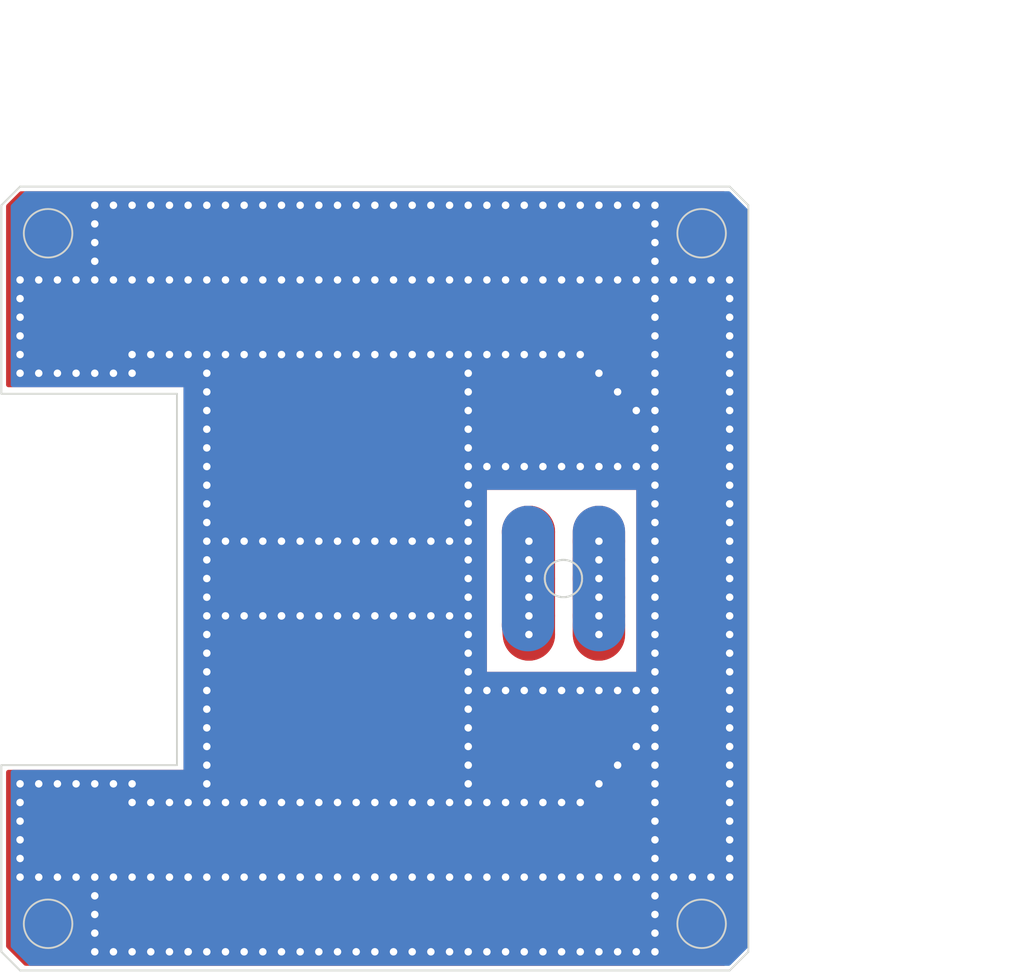
<source format=kicad_pcb>
(kicad_pcb (version 20221018) (generator pcbnew)

  (general
    (thickness 1.6)
  )

  (paper "A4")
  (layers
    (0 "F.Cu" signal)
    (31 "B.Cu" signal)
    (32 "B.Adhes" user "B.Adhesive")
    (33 "F.Adhes" user "F.Adhesive")
    (34 "B.Paste" user)
    (35 "F.Paste" user)
    (36 "B.SilkS" user "B.Silkscreen")
    (37 "F.SilkS" user "F.Silkscreen")
    (38 "B.Mask" user)
    (39 "F.Mask" user)
    (40 "Dwgs.User" user "User.Drawings")
    (41 "Cmts.User" user "User.Comments")
    (42 "Eco1.User" user "User.Eco1")
    (43 "Eco2.User" user "User.Eco2")
    (44 "Edge.Cuts" user)
    (45 "Margin" user)
    (46 "B.CrtYd" user "B.Courtyard")
    (47 "F.CrtYd" user "F.Courtyard")
    (48 "B.Fab" user)
    (49 "F.Fab" user)
    (50 "User.1" user)
    (51 "User.2" user)
    (52 "User.3" user)
    (53 "User.4" user)
    (54 "User.5" user)
    (55 "User.6" user)
    (56 "User.7" user)
    (57 "User.8" user)
    (58 "User.9" user)
  )

  (setup
    (pad_to_mask_clearance 0)
    (pcbplotparams
      (layerselection 0x00010fc_ffffffff)
      (plot_on_all_layers_selection 0x0000000_00000000)
      (disableapertmacros false)
      (usegerberextensions false)
      (usegerberattributes true)
      (usegerberadvancedattributes true)
      (creategerberjobfile true)
      (dashed_line_dash_ratio 12.000000)
      (dashed_line_gap_ratio 3.000000)
      (svgprecision 4)
      (plotframeref false)
      (viasonmask false)
      (mode 1)
      (useauxorigin false)
      (hpglpennumber 1)
      (hpglpenspeed 20)
      (hpglpendiameter 15.000000)
      (dxfpolygonmode true)
      (dxfimperialunits true)
      (dxfusepcbnewfont true)
      (psnegative false)
      (psa4output false)
      (plotreference true)
      (plotvalue true)
      (plotinvisibletext false)
      (sketchpadsonfab false)
      (subtractmaskfromsilk false)
      (outputformat 1)
      (mirror false)
      (drillshape 1)
      (scaleselection 1)
      (outputdirectory "")
    )
  )

  (net 0 "")
  (net 1 "GND")
  (net 2 "D1")
  (net 3 "D2")

  (gr_line (start 139.75 77.25) (end 138.75 78.25)
    (stroke (width 0.1) (type default)) (layer "Edge.Cuts") (tstamp 0c4caf5e-d5a0-406c-b56e-e32d76f36178))
  (gr_line (start 138.75 88.35) (end 138.75 78.25)
    (stroke (width 0.1) (type default)) (layer "Edge.Cuts") (tstamp 34656e40-d50d-46ed-9f9d-79e70aaa107d))
  (gr_line (start 177.75 119.25) (end 178.75 118.25)
    (stroke (width 0.1) (type default)) (layer "Edge.Cuts") (tstamp 43499e6f-83e6-41c2-bc76-8da14b776e3f))
  (gr_circle (center 168.85 98.25) (end 169.85 98.25)
    (stroke (width 0.1) (type solid)) (fill none) (layer "Edge.Cuts") (tstamp 4f317886-56fe-4cad-be87-5ea69b3c87c1))
  (gr_line (start 177.75 77.25) (end 139.75 77.25)
    (stroke (width 0.1) (type solid)) (layer "Edge.Cuts") (tstamp 6479ecc6-b262-41a2-a2d2-d239fe1e02b4))
  (gr_circle (center 141.25 116.75) (end 142.55 116.75)
    (stroke (width 0.1) (type solid)) (fill none) (layer "Edge.Cuts") (tstamp 67dbbdf6-3842-40a8-b59d-83541ec98137))
  (gr_line (start 148.15 88.35) (end 138.75 88.35)
    (stroke (width 0.1) (type default)) (layer "Edge.Cuts") (tstamp 69e3a28e-c261-4e4a-ab1b-b6a3fbc51113))
  (gr_line (start 148.15 108.25) (end 148.15 88.35)
    (stroke (width 0.1) (type default)) (layer "Edge.Cuts") (tstamp 6e6ae7a8-fcc4-4084-adf0-0eda13cc7872))
  (gr_line (start 178.75 78.25) (end 177.75 77.25)
    (stroke (width 0.1) (type default)) (layer "Edge.Cuts") (tstamp 7725b0af-29f9-4210-96d9-e889365e985d))
  (gr_line (start 178.75 118.25) (end 178.75 78.25)
    (stroke (width 0.1) (type solid)) (layer "Edge.Cuts") (tstamp 8abf2622-9471-4687-b998-f4f671d1a4f0))
  (gr_circle (center 168.85 98.25) (end 169.85 98.25)
    (stroke (width 0.1) (type solid)) (fill none) (layer "Edge.Cuts") (tstamp a021caeb-1935-4e67-a607-2c9db0b34499))
  (gr_circle (center 141.25 79.75) (end 142.55 79.75)
    (stroke (width 0.1) (type solid)) (fill none) (layer "Edge.Cuts") (tstamp a22106e8-37e4-4b7f-9932-4ff0d36fee38))
  (gr_line (start 177.75 119.25) (end 139.75 119.25)
    (stroke (width 0.1) (type solid)) (layer "Edge.Cuts") (tstamp a4cc1928-faa3-4b9e-aa4f-edbfcd589ab1))
  (gr_circle (center 176.25 79.75) (end 177.55 79.75)
    (stroke (width 0.1) (type solid)) (fill none) (layer "Edge.Cuts") (tstamp abfa5295-7354-472f-88e7-f7b86860b795))
  (gr_line (start 138.75 108.25) (end 148.15 108.25)
    (stroke (width 0.1) (type default)) (layer "Edge.Cuts") (tstamp b370e1c7-a299-437a-ba29-cb7934158145))
  (gr_circle (center 176.25 116.75) (end 177.55 116.75)
    (stroke (width 0.1) (type solid)) (fill none) (layer "Edge.Cuts") (tstamp b8aa0cf1-3acd-4e3e-b6be-291eeb9351c9))
  (gr_line (start 139.75 119.25) (end 138.75 118.25)
    (stroke (width 0.1) (type default)) (layer "Edge.Cuts") (tstamp f284a82c-8f4b-4966-9db5-5485dbf5e95a))
  (gr_line (start 138.75 108.25) (end 138.75 118.25)
    (stroke (width 0.1) (type default)) (layer "Edge.Cuts") (tstamp feec2ff3-2298-4795-98ea-279a2251fb39))
  (dimension (type aligned) (layer "User.1") (tstamp 4ce28cfe-9874-4de7-8833-0849b91408a7)
    (pts (xy 178.75 77.25) (xy 178.75 119.25))
    (height -11)
    (gr_text "42,0000 mm" (at 188.6 98.25 90) (layer "User.1") (tstamp 4ce28cfe-9874-4de7-8833-0849b91408a7)
      (effects (font (size 1 1) (thickness 0.15)))
    )
    (format (prefix "") (suffix "") (units 3) (units_format 1) (precision 4))
    (style (thickness 0.15) (arrow_length 1.27) (text_position_mode 0) (extension_height 0.58642) (extension_offset 0.5) keep_text_aligned)
  )
  (dimension (type aligned) (layer "User.1") (tstamp 8d13d541-a224-4b09-b285-f53326470d6f)
    (pts (xy 138.75 77.25) (xy 178.75 77.25))
    (height -8)
    (gr_text "40,0000 mm" (at 158.75 68.1) (layer "User.1") (tstamp 8d13d541-a224-4b09-b285-f53326470d6f)
      (effects (font (size 1 1) (thickness 0.15)))
    )
    (format (prefix "") (suffix "") (units 3) (units_format 1) (precision 4))
    (style (thickness 0.15) (arrow_length 1.27) (text_position_mode 0) (extension_height 0.58642) (extension_offset 0.5) keep_text_aligned)
  )

  (via (at 162.75 110.25) (size 0.8) (drill 0.4) (layers "F.Cu" "B.Cu") (free) (net 1) (tstamp 00bbab05-89b5-44af-bc51-c11f066f002a))
  (via (at 170.75 114.25) (size 0.8) (drill 0.4) (layers "F.Cu" "B.Cu") (free) (net 1) (tstamp 01665a5d-c3be-4a97-895d-126c381006fe))
  (via (at 177.75 83.25) (size 0.8) (drill 0.4) (layers "F.Cu" "B.Cu") (free) (net 1) (tstamp 0289356e-b170-4068-a8a0-d81a120af650))
  (via (at 153.75 114.25) (size 0.8) (drill 0.4) (layers "F.Cu" "B.Cu") (free) (net 1) (tstamp 038f7d65-05a1-4217-b3db-c696a6de0f9a))
  (via (at 172.75 118.25) (size 0.8) (drill 0.4) (layers "F.Cu" "B.Cu") (free) (net 1) (tstamp 0391f19d-2824-4cd9-b69e-56a102efc3eb))
  (via (at 173.75 87.25) (size 0.8) (drill 0.4) (layers "F.Cu" "B.Cu") (free) (net 1) (tstamp 039d731e-f55a-4bfd-9c0a-ce8ae2a414dd))
  (via (at 149.75 95.25) (size 0.8) (drill 0.4) (layers "F.Cu" "B.Cu") (free) (net 1) (tstamp 03defc6d-a668-42d3-86ab-b6cc4c2077c2))
  (via (at 177.75 108.25) (size 0.8) (drill 0.4) (layers "F.Cu" "B.Cu") (free) (net 1) (tstamp 05d7dc16-f7c9-4cd0-85c4-86f87df4663a))
  (via (at 160.75 100.25) (size 0.8) (drill 0.4) (layers "F.Cu" "B.Cu") (free) (net 1) (tstamp 061f7d88-f02c-41be-9272-e39266f34a74))
  (via (at 143.75 118.25) (size 0.8) (drill 0.4) (layers "F.Cu" "B.Cu") (free) (net 1) (tstamp 06a8adb5-61eb-4a04-b5c3-b3dcd7838292))
  (via (at 163.75 104.25) (size 0.8) (drill 0.4) (layers "F.Cu" "B.Cu") (free) (net 1) (tstamp 06d1b709-e489-42ac-98cd-524d040a109f))
  (via (at 173.75 110.25) (size 0.8) (drill 0.4) (layers "F.Cu" "B.Cu") (free) (net 1) (tstamp 06f7dec9-f7d5-498c-9354-b6184a9d1d6c))
  (via (at 152.75 86.25) (size 0.8) (drill 0.4) (layers "F.Cu" "B.Cu") (free) (net 1) (tstamp 074d718d-9516-4591-8a6c-32e0abd9ae50))
  (via (at 177.75 92.25) (size 0.8) (drill 0.4) (layers "F.Cu" "B.Cu") (free) (net 1) (tstamp 0940113f-e1c3-4cd9-8d0f-97a6a135bcdd))
  (via (at 145.75 109.25) (size 0.8) (drill 0.4) (layers "F.Cu" "B.Cu") (free) (net 1) (tstamp 09b096c0-6a3e-4935-9a18-182faebf7458))
  (via (at 151.75 118.25) (size 0.8) (drill 0.4) (layers "F.Cu" "B.Cu") (free) (net 1) (tstamp 09e2a053-d37c-4627-a36a-15a2f133f494))
  (via (at 173.75 115.25) (size 0.8) (drill 0.4) (layers "F.Cu" "B.Cu") (free) (net 1) (tstamp 0a3fecbd-4efd-4866-9d13-8d1525efe600))
  (via (at 163.75 101.25) (size 0.8) (drill 0.4) (layers "F.Cu" "B.Cu") (free) (net 1) (tstamp 0a61038d-0044-4db1-bc76-de07905bced4))
  (via (at 172.75 89.25) (size 0.8) (drill 0.4) (layers "F.Cu" "B.Cu") (free) (net 1) (tstamp 0b948f39-2e5a-40fe-aa12-07064d4ab490))
  (via (at 149.75 94.25) (size 0.8) (drill 0.4) (layers "F.Cu" "B.Cu") (free) (net 1) (tstamp 0c24ffa7-f730-4a22-b574-3f682c5fb88e))
  (via (at 173.75 103.25) (size 0.8) (drill 0.4) (layers "F.Cu" "B.Cu") (free) (net 1) (tstamp 0e45d7fd-2d27-4431-b30d-0bda71000db9))
  (via (at 177.75 91.25) (size 0.8) (drill 0.4) (layers "F.Cu" "B.Cu") (free) (net 1) (tstamp 0e5b7982-aaba-4f4f-b17a-9284f23163ac))
  (via (at 162.75 96.25) (size 0.8) (drill 0.4) (layers "F.Cu" "B.Cu") (free) (net 1) (tstamp 1045da7f-0259-4aa8-9691-9d5286736d12))
  (via (at 154.75 118.25) (size 0.8) (drill 0.4) (layers "F.Cu" "B.Cu") (free) (net 1) (tstamp 1049f705-ca46-450e-9795-905875e2ddfc))
  (via (at 143.75 79.25) (size 0.8) (drill 0.4) (layers "F.Cu" "B.Cu") (free) (net 1) (tstamp 108fe891-8a78-46db-b441-3bc8803761f8))
  (via (at 166.75 86.25) (size 0.8) (drill 0.4) (layers "F.Cu" "B.Cu") (free) (net 1) (tstamp 10e17579-8829-4291-bf16-60931ec0ec0e))
  (via (at 177.75 102.25) (size 0.8) (drill 0.4) (layers "F.Cu" "B.Cu") (free) (net 1) (tstamp 10f96b84-d3fe-4704-bc63-b71bb7b695b2))
  (via (at 173.75 116.25) (size 0.8) (drill 0.4) (layers "F.Cu" "B.Cu") (free) (net 1) (tstamp 112d8795-ba4d-473d-879a-b02a093294ee))
  (via (at 169.75 86.25) (size 0.8) (drill 0.4) (layers "F.Cu" "B.Cu") (free) (net 1) (tstamp 115e189c-4a3d-47e2-9b8d-9ec97f91e91f))
  (via (at 143.75 109.25) (size 0.8) (drill 0.4) (layers "F.Cu" "B.Cu") (free) (net 1) (tstamp 11aedd3d-e8c7-4c24-b657-1e60ae5c1c90))
  (via (at 159.75 86.25) (size 0.8) (drill 0.4) (layers "F.Cu" "B.Cu") (free) (net 1) (tstamp 11db282b-ecf9-4a8a-ae1c-12d8e7668456))
  (via (at 167.75 86.25) (size 0.8) (drill 0.4) (layers "F.Cu" "B.Cu") (free) (net 1) (tstamp 12af1d33-5e40-491b-9b41-299ea62c38d9))
  (via (at 161.75 96.25) (size 0.8) (drill 0.4) (layers "F.Cu" "B.Cu") (free) (net 1) (tstamp 14efaa55-2ed1-43bd-b1ee-7321fa162cb0))
  (via (at 140.75 114.25) (size 0.8) (drill 0.4) (layers "F.Cu" "B.Cu") (free) (net 1) (tstamp 152e2d66-53ae-48f2-9fb9-be6e33009e22))
  (via (at 160.75 86.25) (size 0.8) (drill 0.4) (layers "F.Cu" "B.Cu") (free) (net 1) (tstamp 15fa3d5f-c20c-4b86-822d-d1c36c364dc0))
  (via (at 148.75 82.25) (size 0.8) (drill 0.4) (layers "F.Cu" "B.Cu") (free) (net 1) (tstamp 15fc3924-0453-416b-9bae-31a0fc49735f))
  (via (at 171.75 108.25) (size 0.8) (drill 0.4) (layers "F.Cu" "B.Cu") (free) (net 1) (tstamp 16fa20b5-b9db-4083-a7db-ebec4095bd08))
  (via (at 149.75 86.25) (size 0.8) (drill 0.4) (layers "F.Cu" "B.Cu") (free) (net 1) (tstamp 173345d7-e9e4-4d95-a4ed-459545671a8a))
  (via (at 149.75 118.25) (size 0.8) (drill 0.4) (layers "F.Cu" "B.Cu") (free) (net 1) (tstamp 1738508b-0d2c-481b-a999-37ec30e3207e))
  (via (at 150.75 118.25) (size 0.8) (drill 0.4) (layers "F.Cu" "B.Cu") (free) (net 1) (tstamp 17bbc739-1017-49d6-baa6-0d9de3ea72a9))
  (via (at 171.75 114.25) (size 0.8) (drill 0.4) (layers "F.Cu" "B.Cu") (free) (net 1) (tstamp 17bd9db8-8355-4d3e-879a-5e8d167a789c))
  (via (at 177.75 98.25) (size 0.8) (drill 0.4) (layers "F.Cu" "B.Cu") (free) (net 1) (tstamp 18184580-3cc2-451c-b7fe-e8bf1a3baf1b))
  (via (at 165.75 78.25) (size 0.8) (drill 0.4) (layers "F.Cu" "B.Cu") (free) (net 1) (tstamp 187dd234-ce92-4749-822f-e795d8373b06))
  (via (at 164.75 114.25) (size 0.8) (drill 0.4) (layers "F.Cu" "B.Cu") (free) (net 1) (tstamp 189cb745-1654-4b57-aa71-c418008f161e))
  (via (at 149.75 97.25) (size 0.8) (drill 0.4) (layers "F.Cu" "B.Cu") (free) (net 1) (tstamp 191ba001-c8dd-4e7c-9291-cec172d13e04))
  (via (at 158.75 110.25) (size 0.8) (drill 0.4) (layers "F.Cu" "B.Cu") (free) (net 1) (tstamp 19f3e775-429b-472d-b311-2557dad6207c))
  (via (at 139.75 82.25) (size 0.8) (drill 0.4) (layers "F.Cu" "B.Cu") (free) (net 1) (tstamp 1a65f39e-3852-4337-9898-cee610bdd8ec))
  (via (at 163.75 97.25) (size 0.8) (drill 0.4) (layers "F.Cu" "B.Cu") (free) (net 1) (tstamp 1adbbbfa-072b-4315-aadf-88f17161003c))
  (via (at 154.75 78.25) (size 0.8) (drill 0.4) (layers "F.Cu" "B.Cu") (free) (net 1) (tstamp 1ae745d9-b2b9-4f38-b6e2-840efd040714))
  (via (at 149.75 88.25) (size 0.8) (drill 0.4) (layers "F.Cu" "B.Cu") (free) (net 1) (tstamp 1ae9600e-e0cf-4e23-ba47-7463d8c3b588))
  (via (at 165.75 110.25) (size 0.8) (drill 0.4) (layers "F.Cu" "B.Cu") (free) (net 1) (tstamp 1affea63-c9a1-4496-ba1a-b014d49db57f))
  (via (at 145.75 86.25) (size 0.8) (drill 0.4) (layers "F.Cu" "B.Cu") (free) (net 1) (tstamp 1b9f59dc-cb6a-44b6-ab79-1eeff1be0d5c))
  (via (at 152.75 96.25) (size 0.8) (drill 0.4) (layers "F.Cu" "B.Cu") (free) (net 1) (tstamp 1efdfaa3-16d3-4511-996e-2f221d54216f))
  (via (at 172.75 107.25) (size 0.8) (drill 0.4) (layers "F.Cu" "B.Cu") (free) (net 1) (tstamp 1f2041a7-3ca5-4847-a701-244afb3dea30))
  (via (at 169.75 114.25) (size 0.8) (drill 0.4) (layers "F.Cu" "B.Cu") (free) (net 1) (tstamp 1f2586f1-e645-4618-b3cc-1c9e2c5e6f38))
  (via (at 173.75 97.25) (size 0.8) (drill 0.4) (layers "F.Cu" "B.Cu") (free) (net 1) (tstamp 1f438fce-0ca6-40ac-82f3-41c6d3cb75f1))
  (via (at 177.75 84.25) (size 0.8) (drill 0.4) (layers "F.Cu" "B.Cu") (free) (net 1) (tstamp 1f85ff66-35f7-4cea-bcd5-09e9e871aa1e))
  (via (at 147.75 114.25) (size 0.8) (drill 0.4) (layers "F.Cu" "B.Cu") (free) (net 1) (tstamp 219c2b44-a668-47a2-a329-864f6980496a))
  (via (at 154.75 82.25) (size 0.8) (drill 0.4) (layers "F.Cu" "B.Cu") (free) (net 1) (tstamp 223a0120-d78e-4810-9b4d-593f7a7de767))
  (via (at 173.75 105.25) (size 0.8) (drill 0.4) (layers "F.Cu" "B.Cu") (free) (net 1) (tstamp 242c2217-30a2-4b8a-9e4e-2c9e2d082ad9))
  (via (at 161.75 118.25) (size 0.8) (drill 0.4) (layers "F.Cu" "B.Cu") (free) (net 1) (tstamp 269616bf-d342-4583-9b19-a26a5f39408c))
  (via (at 154.75 96.25) (size 0.8) (drill 0.4) (layers "F.Cu" "B.Cu") (free) (net 1) (tstamp 269ee373-265f-4c6c-affb-53262226cc29))
  (via (at 173.75 88.25) (size 0.8) (drill 0.4) (layers "F.Cu" "B.Cu") (free) (net 1) (tstamp 26ffb810-a734-48d6-8ba3-6b22f6a2db13))
  (via (at 149.75 100.25) (size 0.8) (drill 0.4) (layers "F.Cu" "B.Cu") (free) (net 1) (tstamp 271a3200-6ba5-4d96-9a19-6a5b1f847ab3))
  (via (at 167.75 110.25) (size 0.8) (drill 0.4) (layers "F.Cu" "B.Cu") (free) (net 1) (tstamp 273b3c30-f254-4fb1-886b-97d242ffc2c1))
  (via (at 163.75 100.25) (size 0.8) (drill 0.4) (layers "F.Cu" "B.Cu") (free) (net 1) (tstamp 2789ea45-f826-4132-8e21-2c2a3630f37e))
  (via (at 163.75 109.25) (size 0.8) (drill 0.4) (layers "F.Cu" "B.Cu") (free) (net 1) (tstamp 291a4183-9eeb-40e4-a4c5-1096b82c0d73))
  (via (at 139.75 111.25) (size 0.8) (drill 0.4) (layers "F.Cu" "B.Cu") (free) (net 1) (tstamp 2a37c1be-6b59-40a2-9112-63cd90402328))
  (via (at 151.75 100.25) (size 0.8) (drill 0.4) (layers "F.Cu" "B.Cu") (free) (net 1) (tstamp 2a9019b8-9ffd-498e-8485-44ce2d66422b))
  (via (at 176.75 114.25) (size 0.8) (drill 0.4) (layers "F.Cu" "B.Cu") (free) (net 1) (tstamp 2cf6c74f-c68f-402c-80f8-2a6440cbab20))
  (via (at 169.75 78.25) (size 0.8) (drill 0.4) (layers "F.Cu" "B.Cu") (free) (net 1) (tstamp 2cff5cfd-a96c-4106-b208-74703c6c0fb3))
  (via (at 154.75 110.25) (size 0.8) (drill 0.4) (layers "F.Cu" "B.Cu") (free) (net 1) (tstamp 2d6c2695-a88c-459d-8853-1a520b1e0218))
  (via (at 165.75 114.25) (size 0.8) (drill 0.4) (layers "F.Cu" "B.Cu") (free) (net 1) (tstamp 2e3458c2-fdf2-45e8-b491-7068e50b68c5))
  (via (at 155.75 100.25) (size 0.8) (drill 0.4) (layers "F.Cu" "B.Cu") (free) (net 1) (tstamp 2e37ca3f-1b6f-4b54-ad7b-b41271c237c1))
  (via (at 157.75 96.25) (size 0.8) (drill 0.4) (layers "F.Cu" "B.Cu") (free) (net 1) (tstamp 2e460dfb-36f8-48a3-bbf9-5920596932db))
  (via (at 161.75 78.25) (size 0.8) (drill 0.4) (layers "F.Cu" "B.Cu") (free) (net 1) (tstamp 2f1fe73d-17ff-4164-8b50-8bd5f26ca235))
  (via (at 157.75 78.25) (size 0.8) (drill 0.4) (layers "F.Cu" "B.Cu") (free) (net 1) (tstamp 2ff1d1ca-f653-4f8e-8ab2-097b9411ad1d))
  (via (at 139.75 109.25) (size 0.8) (drill 0.4) (layers "F.Cu" "B.Cu") (free) (net 1) (tstamp 309fd776-4474-41d2-b6c6-c8dd3f2d9b40))
  (via (at 177.75 110.25) (size 0.8) (drill 0.4) (layers "F.Cu" "B.Cu") (free) (net 1) (tstamp 31608bce-0498-40c5-aa33-b8f5105869a7))
  (via (at 162.75 100.25) (size 0.8) (drill 0.4) (layers "F.Cu" "B.Cu") (free) (net 1) (tstamp 322e564c-cf4b-4197-a77d-c8de2ad5c2fb))
  (via (at 177.75 101.25) (size 0.8) (drill 0.4) (layers "F.Cu" "B.Cu") (free) (net 1) (tstamp 32824589-a4d3-4124-85bd-89632c032084))
  (via (at 146.75 114.25) (size 0.8) (drill 0.4) (layers "F.Cu" "B.Cu") (free) (net 1) (tstamp 329de9d8-bd5c-4409-9896-db055da78741))
  (via (at 152.75 114.25) (size 0.8) (drill 0.4) (layers "F.Cu" "B.Cu") (free) (net 1) (tstamp 32cc75a1-16b0-4eca-83e7-b2adb1611241))
  (via (at 173.75 99.25) (size 0.8) (drill 0.4) (layers "F.Cu" "B.Cu") (free) (net 1) (tstamp 331bd4ab-c8cd-4a66-a3d9-89866f95afea))
  (via (at 139.75 87.25) (size 0.8) (drill 0.4) (layers "F.Cu" "B.Cu") (free) (net 1) (tstamp 33285995-57c5-4ed4-81e9-2ce209b39aab))
  (via (at 139.75 112.25) (size 0.8) (drill 0.4) (layers "F.Cu" "B.Cu") (free) (net 1) (tstamp 334d4f36-c6b0-4ea9-8494-0e133ae281fd))
  (via (at 143.75 82.25) (size 0.8) (drill 0.4) (layers "F.Cu" "B.Cu") (free) (net 1) (tstamp 33d2e799-dd02-4d53-a089-de25273260bb))
  (via (at 151.75 82.25) (size 0.8) (drill 0.4) (layers "F.Cu" "B.Cu") (free) (net 1) (tstamp 352e3fc9-d1cb-40e9-9d2c-5d0c72b9423a))
  (via (at 168.75 82.25) (size 0.8) (drill 0.4) (layers "F.Cu" "B.Cu") (free) (net 1) (tstamp 35b1ed60-62f7-4b1a-8ece-99e0efaba0b4))
  (via (at 175.75 114.25) (size 0.8) (drill 0.4) (layers "F.Cu" "B.Cu") (free) (net 1) (tstamp 37dbcc8b-ee0b-48aa-9781-2bd7f303bd6b))
  (via (at 165.75 86.25) (size 0.8) (drill 0.4) (layers "F.Cu" "B.Cu") (free) (net 1) (tstamp 384e3100-42df-41f7-b951-0bf06b6c3bba))
  (via (at 165.75 118.25) (size 0.8) (drill 0.4) (layers "F.Cu" "B.Cu") (free) (net 1) (tstamp 389c8248-68eb-482c-8d5e-b395d0fcfd82))
  (via (at 143.75 116.25) (size 0.8) (drill 0.4) (layers "F.Cu" "B.Cu") (free) (net 1) (tstamp 38c26008-db81-4a58-bbd1-be951f17fbc1))
  (via (at 143.75 87.25) (size 0.8) (drill 0.4) (layers "F.Cu" "B.Cu") (free) (net 1) (tstamp 38d0b527-fceb-4475-ae39-26638261d9f3))
  (via (at 170.75 104.25) (size 0.8) (drill 0.4) (layers "F.Cu" "B.Cu") (free) (net 1) (tstamp 3ade0f96-16b1-4331-9191-f05db9607736))
  (via (at 177.75 103.25) (size 0.8) (drill 0.4) (layers "F.Cu" "B.Cu") (free) (net 1) (tstamp 3b1f29d9-d35b-4471-be1c-9948784637b4))
  (via (at 158.75 78.25) (size 0.8) (drill 0.4) (layers "F.Cu" "B.Cu") (free) (net 1) (tstamp 3ba2c96d-5e3e-4098-8590-9ada155a6103))
  (via (at 149.75 110.25) (size 0.8) (drill 0.4) (layers "F.Cu" "B.Cu") (free) (net 1) (tstamp 3c63cb47-57c5-42d1-89dc-8b86823775e5))
  (via (at 173.75 111.25) (size 0.8) (drill 0.4) (layers "F.Cu" "B.Cu") (free) (net 1) (tstamp 3cd34913-e8c3-4ff9-a98b-4610064c552a))
  (via (at 157.75 82.25) (size 0.8) (drill 0.4) (layers "F.Cu" "B.Cu") (free) (net 1) (tstamp 3ce1fe53-bd7c-4b2b-aea9-29d4dd2a04b0))
  (via (at 153.75 100.25) (size 0.8) (drill 0.4) (layers "F.Cu" "B.Cu") (free) (net 1) (tstamp 3d0ad50f-c9be-4198-9e26-6d24b85974cc))
  (via (at 159.75 114.25) (size 0.8) (drill 0.4) (layers "F.Cu" "B.Cu") (free) (net 1) (tstamp 3d40293c-a833-4f26-a2ec-bd1973410b0e))
  (via (at 146.75 86.25) (size 0.8) (drill 0.4) (layers "F.Cu" "B.Cu") (free) (net 1) (tstamp 3d785bc9-2770-432f-b791-c8253aab455e))
  (via (at 147.75 86.25) (size 0.8) (drill 0.4) (layers "F.Cu" "B.Cu") (free) (net 1) (tstamp 3ea8d9af-149a-45ec-ba87-f0c3342c025a))
  (via (at 145.75 110.25) (size 0.8) (drill 0.4) (layers "F.Cu" "B.Cu") (free) (net 1) (tstamp 416099ff-401c-4abf-9414-77d0d1056a2e))
  (via (at 167.75 104.25) (size 0.8) (drill 0.4) (layers "F.Cu" "B.Cu") (free) (net 1) (tstamp 43080b8c-f800-4492-8936-ada587756f17))
  (via (at 152.75 100.25) (size 0.8) (drill 0.4) (layers "F.Cu" "B.Cu") (free) (net 1) (tstamp 43fb3764-29ef-482d-9ea2-fd4abbc43e46))
  (via (at 162.75 114.25) (size 0.8) (drill 0.4) (layers "F.Cu" "B.Cu") (free) (net 1) (tstamp 4456e613-891f-4a83-8ed1-f616844d22be))
  (via (at 173.75 106.25) (size 0.8) (drill 0.4) (layers "F.Cu" "B.Cu") (free) (net 1) (tstamp 44987e12-8aed-4e4e-b71b-a55445991959))
  (via (at 149.75 89.25) (size 0.8) (drill 0.4) (layers "F.Cu" "B.Cu") (free) (net 1) (tstamp 450cc158-a3da-4dee-89b4-5fc7c1893733))
  (via (at 169.75 82.25) (size 0.8) (drill 0.4) (layers "F.Cu" "B.Cu") (free) (net 1) (tstamp 46a02583-3145-4c7a-8256-6fdb3ef5f19a))
  (via (at 142.75 87.25) (size 0.8) (drill 0.4) (layers "F.Cu" "B.Cu") (free) (net 1) (tstamp 46cc955d-2d08-4b69-a377-06cd4d63f8bb))
  (via (at 161.75 114.25) (size 0.8) (drill 0.4) (layers "F.Cu" "B.Cu") (free) (net 1) (tstamp 47380e19-4c3d-4423-a43d-42cb285e688a))
  (via (at 160.75 118.25) (size 0.8) (drill 0.4) (layers "F.Cu" "B.Cu") (free) (net 1) (tstamp 477f87b5-cfd5-480e-b17c-0dc6c5bae900))
  (via (at 149.75 93.25) (size 0.8) (drill 0.4) (layers "F.Cu" "B.Cu") (free) (net 1) (tstamp 4860d0d9-7152-4110-9b00-44c581d43a73))
  (via (at 140.75 82.25) (size 0.8) (drill 0.4) (layers "F.Cu" "B.Cu") (free) (net 1) (tstamp 489743ce-819b-4e8b-a6e1-309fcbcd02f4))
  (via (at 155.75 82.25) (size 0.8) (drill 0.4) (layers "F.Cu" "B.Cu") (free) (net 1) (tstamp 49454030-c49d-4678-bab3-6e301cb033b3))
  (via (at 154.75 86.25) (size 0.8) (drill 0.4) (layers "F.Cu" "B.Cu") (free) (net 1) (tstamp 49927f0c-a07f-4d8e-bb1a-da284c663da6))
  (via (at 149.75 101.25) (size 0.8) (drill 0.4) (layers "F.Cu" "B.Cu") (free) (net 1) (tstamp 49cec9cb-c212-486b-9154-c0a09bb0d240))
  (via (at 162.75 86.25) (size 0.8) (drill 0.4) (layers "F.Cu" "B.Cu") (free) (net 1) (tstamp 4a412fc6-031a-4e9b-ac4f-19296d1d0b2d))
  (via (at 139.75 83.25) (size 0.8) (drill 0.4) (layers "F.Cu" "B.Cu") (free) (net 1) (tstamp 4a48d0cb-1dcd-4a41-96e8-68f3d01d7ad9))
  (via (at 177.75 99.25) (size 0.8) (drill 0.4) (layers "F.Cu" "B.Cu") (free) (net 1) (tstamp 4aa1b2d9-ed66-4e96-9f6b-cbd35c583f86))
  (via (at 157.75 100.25) (size 0.8) (drill 0.4) (layers "F.Cu" "B.Cu") (free) (net 1) (tstamp 4b5d2e9d-9794-4e21-a56a-f24cbf167f3d))
  (via (at 169.75 110.25) (size 0.8) (drill 0.4) (layers "F.Cu" "B.Cu") (free) (net 1) (tstamp 4ba93805-2c67-4e82-9888-f42f38c7509d))
  (via (at 149.75 96.25) (size 0.8) (drill 0.4) (layers "F.Cu" "B.Cu") (free) (net 1) (tstamp 4bf290aa-aab0-4029-bd22-19f87ce1cdb1))
  (via (at 153.75 110.25) (size 0.8) (drill 0.4) (layers "F.Cu" "B.Cu") (free) (net 1) (tstamp 4cce7bab-bf0a-4364-a01a-b696ad1c7ede))
  (via (at 163.75 118.25) (size 0.8) (drill 0.4) (layers "F.Cu" "B.Cu") (free) (net 1) (tstamp 4f0f7b0d-789b-4c76-8acd-f3e6ca1d2a0e))
  (via (at 146.75 82.25) (size 0.8) (drill 0.4) (layers "F.Cu" "B.Cu") (free) (net 1) (tstamp 4f751608-344c-47f9-9ba1-bb87c1a4d946))
  (via (at 152.75 78.25) (size 0.8) (drill 0.4) (layers "F.Cu" "B.Cu") (free) (net 1) (tstamp 50a21c7e-8ed9-4b04-96e6-cf9ffb325b07))
  (via (at 169.75 118.25) (size 0.8) (drill 0.4) (layers "F.Cu" "B.Cu") (free) (net 1) (tstamp 50f0b434-d982-480c-b918-8b17a92dfdc2))
  (via (at 150.75 96.25) (size 0.8) (drill 0.4) (layers "F.Cu" "B.Cu") (free) (net 1) (tstamp 51614fd7-50a6-45fd-90da-eea0f81d1a75))
  (via (at 161.75 100.25) (size 0.8) (drill 0.4) (layers "F.Cu" "B.Cu") (free) (net 1) (tstamp 51e1cff7-f479-4b76-b36d-66bc3a264f95))
  (via (at 149.75 91.25) (size 0.8) (drill 0.4) (layers "F.Cu" "B.Cu") (free) (net 1) (tstamp 51f24ae3-ddf8-4a1b-9c3e-90e1ac830a93))
  (via (at 173.75 93.25) (size 0.8) (drill 0.4) (layers "F.Cu" "B.Cu") (free) (net 1) (tstamp 52fe7284-23e4-47a7-9c1a-e94001606578))
  (via (at 177.75 87.25) (size 0.8) (drill 0.4) (layers "F.Cu" "B.Cu") (free) (net 1) (tstamp 532e62dd-a172-4124-959a-718d847c8f50))
  (via (at 155.75 78.25) (size 0.8) (drill 0.4) (layers "F.Cu" "B.Cu") (free) (net 1) (tstamp 53e0631e-c347-4ab4-bbc6-cee300a41ac5))
  (via (at 145.75 78.25) (size 0.8) (drill 0.4) (layers "F.Cu" "B.Cu") (free) (net 1) (tstamp 53ee3ef3-efc0-4488-89ba-008a7c71bd48))
  (via (at 172.75 114.25) (size 0.8) (drill 0.4) (layers "F.Cu" "B.Cu") (free) (net 1) (tstamp 53f9ca44-7e35-462e-b782-6ea6c3967c6a))
  (via (at 161.75 82.25) (size 0.8) (drill 0.4) (layers "F.Cu" "B.Cu") (free) (net 1) (tstamp 542332b3-5112-4220-a6e3-9309f3839044))
  (via (at 167.75 118.25) (size 0.8) (drill 0.4) (layers "F.Cu" "B.Cu") (free) (net 1) (tstamp 54f45b7a-ccfa-4e0e-99bc-265277fc61f7))
  (via (at 155.75 118.25) (size 0.8) (drill 0.4) (layers "F.Cu" "B.Cu") (free) (net 1) (tstamp 550afdd1-936b-408d-966c-c15e29c02c26))
  (via (at 148.75 86.25) (size 0.8) (drill 0.4) (layers "F.Cu" "B.Cu") (free) (net 1) (tstamp 556f6b90-fd69-4f40-910d-16a3245a4273))
  (via (at 173.75 101.25) (size 0.8) (drill 0.4) (layers "F.Cu" "B.Cu") (free) (net 1) (tstamp 5608d636-5d35-4d60-aff8-5d4126f25a97))
  (via (at 145.75 87.25) (size 0.8) (drill 0.4) (layers "F.Cu" "B.Cu") (free) (net 1) (tstamp 570b859d-adf2-4ce5-a9b9-9f39f5b2f0b7))
  (via (at 161.75 110.25) (size 0.8) (drill 0.4) (layers "F.Cu" "B.Cu") (free) (net 1) (tstamp 571ba3ef-b8c3-4206-978e-9ad4c010d7b5))
  (via (at 169.75 104.25) (size 0.8) (drill 0.4) (layers "F.Cu" "B.Cu") (free) (net 1) (tstamp 578cad1e-f76b-4c2c-8f0e-85659b25f6ad))
  (via (at 155.75 86.25) (size 0.8) (drill 0.4) (layers "F.Cu" "B.Cu") (free) (net 1) (tstamp 57bcad21-6f00-4643-8966-7627002ea9b6))
  (via (at 145.75 114.25) (size 0.8) (drill 0.4) (layers "F.Cu" "B.Cu") (free) (net 1) (tstamp 5877b29b-aadd-4acf-88d7-bea8d6e4ca53))
  (via (at 167.75 92.25) (size 0.8) (drill 0.4) (layers "F.Cu" "B.Cu") (free) (net 1) (tstamp 592b5c23-28d4-4e42-b0d2-a90b594e6bd9))
  (via (at 166.75 104.25) (size 0.8) (drill 0.4) (layers "F.Cu" "B.Cu") (free) (net 1) (tstamp 596ce2fd-7b4a-413d-b650-768693b337aa))
  (via (at 175.75 82.25) (size 0.8) (drill 0.4) (layers "F.Cu" "B.Cu") (free) (net 1) (tstamp 598cddb2-5ce2-4c10-9f92-ccd3812eeba2))
  (via (at 152.75 82.25) (size 0.8) (drill 0.4) (layers "F.Cu" "B.Cu") (free) (net 1) (tstamp 5b6f69cb-d76c-4cae-b694-747b9df3dfef))
  (via (at 173.75 89.25) (size 0.8) (drill 0.4) (layers "F.Cu" "B.Cu") (free) (net 1) (tstamp 5b8749c8-06de-427b-97ac-df9651fd4d4d))
  (via (at 173.75 104.25) (size 0.8) (drill 0.4) (layers "F.Cu" "B.Cu") (free) (net 1) (tstamp 5c70b0f1-30f3-403d-b9cd-600b20aa13db))
  (via (at 144.75 78.25) (size 0.8) (drill 0.4) (layers "F.Cu" "B.Cu") (free) (net 1) (tstamp 5e05c7d0-40ff-4adb-aff3-c09d3a5ac555))
  (via (at 148.75 110.25) (size 0.8) (drill 0.4) (layers "F.Cu" "B.Cu") (free) (net 1) (tstamp 6056da7f-4885-49f6-9386-be69b69191d4))
  (via (at 166.75 82.25) (size 0.8) (drill 0.4) (layers "F.Cu" "B.Cu") (free) (net 1) (tstamp 6128d46d-4ed3-4433-8243-6f199bfa09e4))
  (via (at 154.75 114.25) (size 0.8) (drill 0.4) (layers "F.Cu" "B.Cu") (free) (net 1) (tstamp 612f9541-161c-49bc-a387-8cee2d1fce7e))
  (via (at 149.75 90.25) (size 0.8) (drill 0.4) (layers "F.Cu" "B.Cu") (free) (net 1) (tstamp 616936b6-a327-4a73-9834-7f3b18775bef))
  (via (at 142.75 114.25) (size 0.8) (drill 0.4) (layers "F.Cu" "B.Cu") (free) (net 1) (tstamp 61c62725-80ab-418a-98e4-fa8bbf670546))
  (via (at 173.75 107.25) (size 0.8) (drill 0.4) (layers "F.Cu" "B.Cu") (free) (net 1) (tstamp 62dd816a-d66a-4a40-9113-c45a70f941d2))
  (via (at 163.75 88.25) (size 0.8) (drill 0.4) (layers "F.Cu" "B.Cu") (free) (net 1) (tstamp 63583c95-7bcf-4871-9d28-cad9a2f8194c))
  (via (at 173.75 114.25) (size 0.8) (drill 0.4) (layers "F.Cu" "B.Cu") (free) (net 1) (tstamp 6380a239-0a77-4f4a-aad9-88af089cf83f))
  (via (at 149.75 99.25) (size 0.8) (drill 0.4) (layers "F.Cu" "B.Cu") (free) (net 1) (tstamp 63c21055-3775-4473-933b-680be6fb3270))
  (via (at 149.75 102.25) (size 0.8) (drill 0.4) (layers "F.Cu" "B.Cu") (free) (net 1) (tstamp 6425e257-7c23-402b-94c2-5e896e6efa74))
  (via (at 177.75 96.25) (size 0.8) (drill 0.4) (layers "F.Cu" "B.Cu") (free) (net 1) (tstamp 644f0238-b4a9-4d4c-8876-d28378e646cd))
  (via (at 139.75 110.25) (size 0.8) (drill 0.4) (layers "F.Cu" "B.Cu") (free) (net 1) (tstamp 64a2bc5b-31b2-4450-a437-a73576cab90b))
  (via (at 162.75 118.25) (size 0.8) (drill 0.4) (layers "F.Cu" "B.Cu") (free) (net 1) (tstamp 64bf8b9c-e48a-4253-ad85-f0a33b5f731b))
  (via (at 156.75 82.25) (size 0.8) (drill 0.4) (layers "F.Cu" "B.Cu") (free) (net 1) (tstamp 65309b2c-1e88-4451-9989-363ca7cfe702))
  (via (at 171.75 92.25) (size 0.8) (drill 0.4) (layers "F.Cu" "B.Cu") (free) (net 1) (tstamp 65b89c1c-f2bf-465e-b4ec-a86930501680))
  (via (at 177.75 89.25) (size 0.8) (drill 0.4) (layers "F.Cu" "B.Cu") (free) (net 1) (tstamp 65f033e4-4ae5-41b4-82c7-571b15889d5e))
  (via (at 163.75 107.25) (size 0.8) (drill 0.4) (layers "F.Cu" "B.Cu") (free) (net 1) (tstamp 6676571a-dea5-41d4-837a-c225e3a1eb99))
  (via (at 173.75 108.25) (size 0.8) (drill 0.4) (layers "F.Cu" "B.Cu") (free) (net 1) (tstamp 66d9ac8b-0071-4be9-b79f-865ece3047aa))
  (via (at 163.75 78.25) (size 0.8) (drill 0.4) (layers "F.Cu" "B.Cu") (free) (net 1) (tstamp 6751ced6-49e9-43b5-947e-497243e49565))
  (via (at 153.75 86.25) (size 0.8) (drill 0.4) (layers "F.Cu" "B.Cu") (free) (net 1) (tstamp 67979ae3-8b5d-403e-9a44-a8c58805b1d7))
  (via (at 151.75 114.25) (size 0.8) (drill 0.4) (layers "F.Cu" "B.Cu") (free) (net 1) (tstamp 694034d0-6f2a-4cbe-976a-e56d1779f38d))
  (via (at 148.75 114.25) (size 0.8) (drill 0.4) (layers "F.Cu" "B.Cu") (free) (net 1) (tstamp 694410de-d08d-48d1-bbb3-1ee072d2d7ea))
  (via (at 143.75 115.25) (size 0.8) (drill 0.4) (layers "F.Cu" "B.Cu") (free) (net 1) (tstamp 699ad219-2986-469f-b8e2-1ea61e55cba7))
  (via (at 173.75 83.25) (size 0.8) (drill 0.4) (layers "F.Cu" "B.Cu") (free) (net 1) (tstamp 6b5ee71c-2a67-4b36-9e15-92e2b66156c1))
  (via (at 152.75 110.25) (size 0.8) (drill 0.4) (layers "F.Cu" "B.Cu") (free) (net 1) (tstamp 6c43cc4f-9102-441b-90b7-f59debb958d6))
  (via (at 141.75 114.25) (size 0.8) (drill 0.4) (layers "F.Cu" "B.Cu") (free) (net 1) (tstamp 6cc7145a-84ad-4f7c-8ecf-0847b7b05951))
  (via (at 166.75 78.25) (size 0.8) (drill 0.4) (layers "F.Cu" "B.Cu") (free) (net 1) (tstamp 6dd0ddd4-1b6f-4150-b6da-918dfe6d42f7))
  (via (at 163.75 108.25) (size 0.8) (drill 0.4) (layers "F.Cu" "B.Cu") (free) (net 1) (tstamp 6ee8cb28-3a09-4b2d-8788-ae2c822a931f))
  (via (at 147.75 82.25) (size 0.8) (drill 0.4) (layers "F.Cu" "B.Cu") (free) (net 1) (tstamp 6f59b448-86de-4b60-a480-d1cda91eec8d))
  (via (at 172.75 78.25) (size 0.8) (drill 0.4) (layers "F.Cu" "B.Cu") (free) (net 1) (tstamp 6fc96669-3314-4505-825b-3a7014f53f48))
  (via (at 168.75 78.25) (size 0.8) (drill 0.4) (layers "F.Cu" "B.Cu") (free) (net 1) (tstamp 7115f680-d914-4059-83ce-a27c7dcdbb94))
  (via (at 161.75 114.25) (size 0.8) (drill 0.4) (layers "F.Cu" "B.Cu") (free) (net 1) (tstamp 71ee6993-1f85-4fd6-9dba-5336c876afe8))
  (via (at 177.75 97.25) (size 0.8) (drill 0.4) (layers "F.Cu" "B.Cu") (free) (net 1) (tstamp 7209bbf0-35b9-4841-951e-d1accbaa1101))
  (via (at 155.75 114.25) (size 0.8) (drill 0.4) (layers "F.Cu" "B.Cu") (free) (net 1) (tstamp 722dda5d-aad5-4d1b-b3d5-3c55f1adc124))
  (via (at 149.75 106.25) (size 0.8) (drill 0.4) (layers "F.Cu" "B.Cu") (free) (net 1) (tstamp 729e659b-315e-4bbb-950f-037b74eee473))
  (via (at 149.75 87.25) (size 0.8) (drill 0.4) (layers "F.Cu" "B.Cu") (free) (net 1) (tstamp 73b0b66c-aa30-4453-9335-c39db71fe9d2))
  (via (at 168.75 118.25) (size 0.8) (drill 0.4) (layers "F.Cu" "B.Cu") (free) (net 1) (tstamp 73b678f9-75c4-43bd-bbaa-3aee0096b0d9))
  (via (at 173.75 91.25) (size 0.8) (drill 0.4) (layers "F.Cu" "B.Cu") (free) (net 1) (tstamp 740ebb59-8b79-45e3-88b2-5b38d912ec6f))
  (via (at 172.75 92.25) (size 0.8) (drill 0.4) (layers "F.Cu" "B.Cu") (free) (net 1) (tstamp 7483a011-0e19-4f3e-9293-2393ecda2e34))
  (via (at 139.75 114.25) (size 0.8) (drill 0.4) (layers "F.Cu" "B.Cu") (free) (net 1) (tstamp 7518d321-d92c-4205-b2f9-9f83c8ab5af1))
  (via (at 156.75 100.25) (size 0.8) (drill 0.4) (layers "F.Cu" "B.Cu") (free) (net 1) (tstamp 769912ab-ab7b-44c2-a17d-cdd84ff29963))
  (via (at 169.75 92.25) (size 0.8) (drill 0.4) (layers "F.Cu" "B.Cu") (free) (net 1) (tstamp 77354b02-ea00-4087-9925-9b1e5de0aa67))
  (via (at 147.75 78.25) (size 0.8) (drill 0.4) (layers "F.Cu" "B.Cu") (free) (net 1) (tstamp 785aabd9-9718-4eed-8132-efb13ceb6ba7))
  (via (at 159.75 78.25) (size 0.8) (drill 0.4) (layers "F.Cu" "B.Cu") (free) (net 1) (tstamp 7a2464d4-d1ab-4781-b951-4c41b80b4482))
  (via (at 149.75 92.25) (size 0.8) (drill 0.4) (layers "F.Cu" "B.Cu") (free) (net 1) (tstamp 7a6f45c2-aae9-409b-a6be-07aa7cb81f87))
  (via (at 171.75 82.25) (size 0.8) (drill 0.4) (layers "F.Cu" "B.Cu") (free) (net 1) (tstamp 7b9acf60-4ae4-495b-b6ea-4b9fcc388aca))
  (via (at 163.75 92.25) (size 0.8) (drill 0.4) (layers "F.Cu" "B.Cu") (free) (net 1) (tstamp 7c2c5bc4-4f29-4ffe-a704-af8ec0d89d79))
  (via (at 156.75 86.25) (size 0.8) (drill 0.4) (layers "F.Cu" "B.Cu") (free) (net 1) (tstamp 7cb57da5-08be-4254-b2cd-58d04226a9db))
  (via (at 171.75 118.25) (size 0.8) (drill 0.4) (layers "F.Cu" "B.Cu") (free) (net 1) (tstamp 7df0ce6e-36e0-43b7-9c17-d6bac243f810))
  (via (at 163.75 103.25) (size 0.8) (drill 0.4) (layers "F.Cu" "B.Cu") (free) (net 1) (tstamp 7f4d689f-24b3-4f55-a99c-121fa3f8de70))
  (via (at 168.75 114.25) (size 0.8) (drill 0.4) (layers "F.Cu" "B.Cu") (free) (net 1) (tstamp 7fa7d6ca-710a-4411-b91e-fa13af993981))
  (via (at 140.75 109.25) (size 0.8) (drill 0.4) (layers "F.Cu" "B.Cu") (free) (net 1) (tstamp 8001b847-0892-49b0-92f9-a6c004b4bdcf))
  (via (at 155.75 110.25) (size 0.8) (drill 0.4) (layers "F.Cu" "B.Cu") (free) (net 1) (tstamp 811cbeaf-f413-485f-8732-efebf7faf821))
  (via (at 159.75 100.25) (size 0.8) (drill 0.4) (layers "F.Cu" "B.Cu") (free) (net 1) (tstamp 81733e26-af09-4934-8ad3-75328c92e879))
  (via (at 152.75 118.25) (size 0.8) (drill 0.4) (layers "F.Cu" "B.Cu") (free) (net 1) (tstamp 8175d4cd-b47b-45bb-a29f-9b15860e89b1))
  (via (at 173.75 92.25) (size 0.8) (drill 0.4) (layers "F.Cu" "B.Cu") (free) (net 1) (tstamp 81ffaa40-1951-41fd-8f57-00a87da902ac))
  (via (at 177.75 107.25) (size 0.8) (drill 0.4) (layers "F.Cu" "B.Cu") (free) (net 1) (tstamp 83c66d6f-55fa-4dce-8567-a00da6913145))
  (via (at 173.75 102.25) (size 0.8) (drill 0.4) (layers "F.Cu" "B.Cu") (free) (net 1) (tstamp 83c864a0-757e-4ea8-9b55-222fc958e809))
  (via (at 149.75 105.25) (size 0.8) (drill 0.4) (layers "F.Cu" "B.Cu") (free) (net 1) (tstamp 8479ca4a-c8b8-4efc-b7f7-942f25c22755))
  (via (at 173.75 109.25) (size 0.8) (drill 0.4) (layers "F.Cu" "B.Cu") (free) (net 1) (tstamp 84ad7c6e-e41c-47a0-9fbe-35ebf34c4676))
  (via (at 159.75 110.25) (size 0.8) (drill 0.4) (layers "F.Cu" "B.Cu") (free) (net 1) (tstamp 8544a6aa-6aa0-408d-9162-8c6ea7f4545e))
  (via (at 142.75 82.25) (size 0.8) (drill 0.4) (layers "F.Cu" "B.Cu") (free) (net 1) (tstamp 86c43f21-e432-43f2-b9eb-32e145341612))
  (via (at 170.75 92.25) (size 0.8) (drill 0.4) (layers "F.Cu" "B.Cu") (free) (net 1) (tstamp 86d64975-0317-41c0-81cb-8f3852f52874))
  (via (at 170.75 118.25) (size 0.8) (drill 0.4) (layers "F.Cu" "B.Cu") (free) (net 1) (tstamp 86eba415-00fd-459c-9002-05abc49762de))
  (via (at 172.75 114.25) (size 0.8) (drill 0.4) (layers "F.Cu" "B.Cu") (free) (net 1) (tstamp 88f6fea8-e86a-49fa-aea8-8c1af001fe33))
  (via (at 167.75 114.25) (size 0.8) (drill 0.4) (layers "F.Cu" "B.Cu") (free) (net 1) (tstamp 8beac54a-5328-457e-a8cc-caefe41de0c0))
  (via (at 177.75 82.25) (size 0.8) (drill 0.4) (layers "F.Cu" "B.Cu") (free) (net 1) (tstamp 8c15488c-07bf-4cec-b54f-dc769745f8c1))
  (via (at 173.75 86.25) (size 0.8) (drill 0.4) (layers "F.Cu" "B.Cu") (free) (net 1) (tstamp 8cea2f52-131b-4038-a6ad-61771a19e7f5))
  (via (at 164.75 104.25) (size 0.8) (drill 0.4) (layers "F.Cu" "B.Cu") (free) (net 1) (tstamp 8d18c45a-0225-4e76-acb4-21727502da27))
  (via (at 163.75 99.25) (size 0.8) (drill 0.4) (layers "F.Cu" "B.Cu") (free) (net 1) (tstamp 8d1ebdf5-a172-47dd-be72-dc9d4819c7cd))
  (via (at 146.75 78.25) (size 0.8) (drill 0.4) (layers "F.Cu" "B.Cu") (free) (net 1) (tstamp 8d26553f-d807-4b01-841a-942332d33086))
  (via (at 173.75 85.25) (size 0.8) (drill 0.4) (layers "F.Cu" "B.Cu") (free) (net 1) (tstamp 8f88d70c-66a9-41ff-9a97-7d534c64ca08))
  (via (at 177.75 100.25) (size 0.8) (drill 0.4) (layers "F.Cu" "B.Cu") (free) (net 1) (tstamp 90660808-17b8-4c6b-8e71-f4338cf7e43e))
  (via (at 149.75 78.25) (size 0.8) (drill 0.4) (layers "F.Cu" "B.Cu") (free) (net 1) (tstamp 906a0faa-3535-4011-8990-ccd15a23efce))
  (via (at 144.75 87.25) (size 0.8) (drill 0.4) (layers "F.Cu" "B.Cu") (free) (net 1) (tstamp 90ce640a-60ba-46f8-b3e7-1c9d6dfa166e))
  (via (at 139.75 84.25) (size 0.8) (drill 0.4) (layers "F.Cu" "B.Cu") (free) (net 1) (tstamp 914acbf1-9fc6-4306-aa6c-4dd5b6a51c1d))
  (via (at 173.75 113.25) (size 0.8) (drill 0.4) (layers "F.Cu" "B.Cu") (free) (net 1) (tstamp 91a86c7e-c8fe-4a21-b134-6dcec6da483e))
  (via (at 166.75 110.25) (size 0.8) (drill 0.4) (layers "F.Cu" "B.Cu") (free) (net 1) (tstamp 928c2047-47f6-44a2-8073-a3844db277c4))
  (via (at 157.75 110.25) (size 0.8) (drill 0.4) (layers "F.Cu" "B.Cu") (free) (net 1) (tstamp 92d926a4-3b1b-4512-b74c-0f8724fef3a9))
  (via (at 144.75 109.25) (size 0.8) (drill 0.4) (layers "F.Cu" "B.Cu") (free) (net 1) (tstamp 93873b7a-9aac-485e-b0b0-c8e28ebf6d98))
  (via (at 171.75 78.25) (size 0.8) (drill 0.4) (layers "F.Cu" "B.Cu") (free) (net 1) (tstamp 93a20ed3-0daa-445f-87ab-eca7071c7855))
  (via (at 158.75 86.25) (size 0.8) (drill 0.4) (layers "F.Cu" "B.Cu") (free) (net 1) (tstamp 969d0a3a-4989-4ee7-92a6-23a619d45b4a))
  (via (at 158.75 114.25) (size 0.8) (drill 0.4) (layers "F.Cu" "B.Cu") (free) (net 1) (tstamp 96e6fd6b-54f7-4cae-b092-d328abec2b84))
  (via (at 173.75 90.25) (size 0.8) (drill 0.4) (layers "F.Cu" "B.Cu") (free) (net 1) (tstamp 979fccb6-78bc-4917-ba96-ad27f0e795c7))
  (via (at 173.75 100.25) (size 0.8) (drill 0.4) (layers "F.Cu" "B.Cu") (free) (net 1) (tstamp 97d92165-2077-4139-9549-aab7dba73f1f))
  (via (at 173.75 81.25) (size 0.8) (drill 0.4) (layers "F.Cu" "B.Cu") (free) (net 1) (tstamp 97eabb9b-6dc3-4977-a218-e6f921790d6e))
  (via (at 153.75 96.25) (size 0.8) (drill 0.4) (layers "F.Cu" "B.Cu") (free) (net 1) (tstamp 981cb40d-f89b-43b6-b535-19e1e8b53491))
  (via (at 150.75 114.25) (size 0.8) (drill 0.4) (layers "F.Cu" "B.Cu") (free) (net 1) (tstamp 986516a0-eadb-4885-a66d-36a7d9f905c2))
  (via (at 163.75 93.25) (size 0.8) (drill 0.4) (layers "F.Cu" "B.Cu") (free) (net 1) (tstamp 98721f4a-6ab5-4e1f-9b7e-7bd85ec51359))
  (via (at 143.75 114.25) (size 0.8) (drill 0.4) (layers "F.Cu" "B.Cu") (free) (net 1) (tstamp 9894ff27-7518-464f-bab6-000327f44a3d))
  (via (at 156.75 78.25) (size 0.8) (drill 0.4) (layers "F.Cu" "B.Cu") (free) (net 1) (tstamp 99425124-4943-4dce-b1f0-1b193d3eb348))
  (via (at 172.75 104.25) (size 0.8) (drill 0.4) (layers "F.Cu" "B.Cu") (free) (net 1) (tstamp 9b98b275-5c82-44ad-b5d5-355bb0a6a7b7))
  (via (at 154.75 100.25) (size 0.8) (drill 0.4) (layers "F.Cu" "B.Cu") (free) (net 1) (tstamp 9ba14235-84f4-4d36-89aa-9389fc712f18))
  (via (at 170.75 78.25) (size 0.8) (drill 0.4) (layers "F.Cu" "B.Cu") (free) (net 1) (tstamp 9c57e69f-76c1-42fb-aa1e-ae5e59ae95d6))
  (via (at 149.75 103.25) (size 0.8) (drill 0.4) (layers "F.Cu" "B.Cu") (free) (net 1) (tstamp 9d2a9540-710b-4ab5-b2a5-35cc749ae8b5))
  (via (at 173.75 78.25) (size 0.8) (drill 0.4) (layers "F.Cu" "B.Cu") (free) (net 1) (tstamp 9d9898f4-3650-4334-b867-e5731591b83d))
  (via (at 158.75 118.25) (size 0.8) (drill 0.4) (layers "F.Cu" "B.Cu") (free) (net 1) (tstamp 9e5ac15b-9dea-4531-bbc3-e5671fcdc064))
  (via (at 177.75 112.25) (size 0.8) (drill 0.4) (layers "F.Cu" "B.Cu") (free) (net 1) (tstamp 9e71b538-527e-474e-a35a-0bd0e4b77c1a))
  (via (at 173.75 82.25) (size 0.8) (drill 0.4) (layers "F.Cu" "B.Cu") (free) (net 1) (tstamp a062aaf3-5421-4b8b-87cb-7b9f1e3756d7))
  (via (at 163.75 96.25) (size 0.8) (drill 0.4) (layers "F.Cu" "B.Cu") (free) (net 1) (tstamp a09515bd-0603-4516-afe5-d7cf5022511e))
  (via (at 151.75 86.25) (size 0.8) (drill 0.4) (layers "F.Cu" "B.Cu") (free) (net 1) (tstamp a0c1e085-eb5a-4c6e-8c92-eeee299c601b))
  (via (at 177.75 94.25) (size 0.8) (drill 0.4) (layers "F.Cu" "B.Cu") (free) (net 1) (tstamp a18fcc19-8e8f-45c8-bea8-b9cb5c77f41f))
  (via (at 160.75 78.25) (size 0.8) (drill 0.4) (layers "F.Cu" "B.Cu") (free) (net 1) (tstamp a3310a91-0c43-4b4b-85ca-0b3d3ad01df1))
  (via (at 173.75 84.25) (size 0.8) (drill 0.4) (layers "F.Cu" "B.Cu") (free) (net 1) (tstamp a4e11c0c-a831-4774-8f19-c4732cf1e945))
  (via (at 177.75 113.25) (size 0.8) (drill 0.4) (layers "F.Cu" "B.Cu") (free) (net 1) (tstamp a501e6b5-fa21-4809-a1e9-d3ca14c46e94))
  (via (at 165.75 82.25) (size 0.8) (drill 0.4) (layers "F.Cu" "B.Cu") (free) (net 1) (tstamp a81af1ed-856a-4116-8ea2-191fef4830b2))
  (via (at 149.75 108.25) (size 0.8) (drill 0.4) (layers "F.Cu" "B.Cu") (free) (net 1) (tstamp a823fe1d-2df2-4a16-9c1b-cb4116dbab07))
  (via (at 163.75 102.25) (size 0.8) (drill 0.4) (layers "F.Cu" "B.Cu") (free) (net 1) (tstamp a82444d5-768b-4e52-a979-573cd41f5e8b))
  (via (at 148.75 118.25) (size 0.8) (drill 0.4) (layers "F.Cu" "B.Cu") (free) (net 1) (tstamp a93b068e-c2b3-4df8-bb04-d91b91819be8))
  (via (at 149.75 104.25) (size 0.8) (drill 0.4) (layers "F.Cu" "B.Cu") (free) (net 1) (tstamp ab4cdf9b-a3fd-4955-bc4e-ca091525251b))
  (via (at 140.75 87.25) (size 0.8) (drill 0.4) (layers "F.Cu" "B.Cu") (free) (net 1) (tstamp ac3e947c-7645-48a4-b795-a533668e6da5))
  (via (at 146.75 110.25) (size 0.8) (drill 0.4) (layers "F.Cu" "B.Cu") (free) (net 1) (tstamp ad0e01e4-9d27-49c5-80f3-2411dec14ad7))
  (via (at 150.75 86.25) (size 0.8) (drill 0.4) (layers "F.Cu" "B.Cu") (free) (net 1) (tstamp ad1677c2-c489-4c19-b22f-b4e1772a01dc))
  (via (at 149.75 109.25) (size 0.8) (drill 0.4) (layers "F.Cu" "B.Cu") (free) (net 1) (tstamp ad5f34f9-9538-4778-956a-7d26c883ef30))
  (via (at 164.75 78.25) (size 0.8) (drill 0.4) (layers "F.Cu" "B.Cu") (free) (net 1) (tstamp adbff1d0-afab-437f-8081-96ad3373bc2f))
  (via (at 151.75 110.25) (size 0.8) (drill 0.4) (layers "F.Cu" "B.Cu") (free) (net 1) (tstamp adf5e1b1-e584-4b86-b857-5a0f0ef738ba))
  (via (at 161.75 86.25) (size 0.8) (drill 0.4) (layers "F.Cu" "B.Cu") (free) (net 1) (tstamp aea0ea91-a78b-4cff-b592-735e51dfcb95))
  (via (at 163.75 98.25) (size 0.8) (drill 0.4) (layers "F.Cu" "B.Cu") (free) (net 1) (tstamp af005b61-7bdd-4f1d-aed5-e908d2b52b73))
  (via (at 173.75 118.25) (size 0.8) (drill 0.4) (layers "F.Cu" "B.Cu") (free) (net 1) (tstamp afc1c748-fad2-46f4-8980-08b2a9c7a80f))
  (via (at 160.75 96.25) (size 0.8) (drill 0.4) (layers "F.Cu" "B.Cu") (free) (net 1) (tstamp b03b3d61-053e-4a94-97d5-cfb700b85e9f))
  (via (at 165.75 104.25) (size 0.8) (drill 0.4) (layers "F.Cu" "B.Cu") (free) (net 1) (tstamp b2934d31-d331-489f-997c-d858862b19f0))
  (via (at 159.75 118.25) (size 0.8) (drill 0.4) (layers "F.Cu" "B.Cu") (free) (net 1) (tstamp b2e69430-537a-4d11-9337-4d9e1d0fcb45))
  (via (at 145.75 82.25) (size 0.8) (drill 0.4) (layers "F.Cu" "B.Cu") (free) (net 1) (tstamp b4ecc0af-a8af-44e1-a48b-6fdc30ba7bbe))
  (via (at 163.75 86.25) (size 0.8) (drill 0.4) (layers "F.Cu" "B.Cu") (free) (net 1) (tstamp b5468e26-a06b-444a-a62e-12add5eebc05))
  (via (at 154.75 114.25) (size 0.8) (drill 0.4) (layers "F.Cu" "B.Cu") (free) (net 1) (tstamp b57ab36b-cd0f-4c6d-ae6c-53ea944da436))
  (via (at 173.75 94.25) (size 0.8) (drill 0.4) (layers "F.Cu" "B.Cu") (free) (net 1) (tstamp b66c97e7-f4d1-4716-b457-e2c0bfbfef77))
  (via (at 170.75 109.25) (size 0.8) (drill 0.4) (layers "F.Cu" "B.Cu") (free) (net 1) (tstamp b68626b5-f459-489e-acdf-35786e05d5d4))
  (via (at 166.75 118.25) (size 0.8) (drill 0.4) (layers "F.Cu" "B.Cu") (free) (net 1) (tstamp b68aeeb2-cc26-44fd-980b-86ef88763906))
  (via (at 173.75 79.25) (size 0.8) (drill 0.4) (layers "F.Cu" "B.Cu") (free) (net 1) (tstamp b702fdfb-aa05-46c8-a7e9-c2c798b46604))
  (via (at 163.75 114.25) (size 0.8) (drill 0.4) (layers "F.Cu" "B.Cu") (free) (net 1) (tstamp b80e63dd-e1f5-41e4-b132-15b9205a2e1c))
  (via (at 144.75 118.25) (size 0.8) (drill 0.4) (layers "F.Cu" "B.Cu") (free) (net 1) (tstamp b8c026fd-2182-47e9-860c-2658bd521d09))
  (via (at 145.75 118.25) (size 0.8) (drill 0.4) (layers "F.Cu" "B.Cu") (free) (net 1) (tstamp b943a000-1b73-418f-8fcc-c88fead855b0))
  (via (at 139.75 85.25) (size 0.8) (drill 0.4) (layers "F.Cu" "B.Cu") (free) (net 1) (tstamp ba1f19e0-40e2-44fa-9fd0-f9e5b66e0a4d))
  (via (at 150.75 100.25) (size 0.8) (drill 0.4) (layers "F.Cu" "B.Cu") (free) (net 1) (tstamp bae453ea-9fad-4c46-bf68-4cb75fa0daa3))
  (via (at 177.75 95.25) (size 0.8) (drill 0.4) (layers "F.Cu" "B.Cu") (free) (net 1) (tstamp bb8f89bc-df13-4a2b-a59c-8cde9191f983))
  (via (at 163.75 82.25) (size 0.8) (drill 0.4) (layers "F.Cu" "B.Cu") (free) (net 1) (tstamp bc9bb612-a6db-40db-90a0-4cbf608ce16c))
  (via (at 160.75 114.25) (size 0.8) (drill 0.4) (layers "F.Cu" "B.Cu") (free) (net 1) (tstamp bcd3575e-5ec9-4f26-9fa7-7f95bfb50873))
  (via (at 149.75 107.25) (size 0.8) (drill 0.4) (layers "F.Cu" "B.Cu") (free) (net 1) (tstamp bd196668-2346-4087-9d4d-ee296388fc27))
  (via (at 167.75 82.25) (size 0.8) (drill 0.4) (layers "F.Cu" "B.Cu") (free) (net 1) (tstamp be81229f-99b7-4bb9-93f1-e4878c16094b))
  (via (at 153.75 100.25) (size 0.8) (drill 0.4) (layers "F.Cu" "B.Cu") (free) (net 1) (tstamp bed022dd-b181-4b11-a28d-d32873d4b959))
  (via (at 168.75 104.25) (size 0.8) (drill 0.4) (layers "F.Cu" "B.Cu") (free) (net 1) (tstamp bf25c390-887a-4883-bb44-8b480c299a21))
  (via (at 172.75 82.25) (size 0.8) (drill 0.4) (layers "F.Cu" "B.Cu") (free) (net 1) (tstamp bfe649e8-f68f-4e86-8d48-34e00b2b347c))
  (via (at 174.75 82.25) (size 0.8) (drill 0.4) (layers "F.Cu" "B.Cu") (free) (net 1) (tstamp c3f1764c-7e09-49bd-aa4b-0c1f0a93ade4))
  (via (at 163.75 87.25) (size 0.8) (drill 0.4) (layers "F.Cu" "B.Cu") (free) (net 1) (tstamp c5c49c46-1bcc-4ba8-9cf9-4754c5d466d6))
  (via (at 163.75 95.25) (size 0.8) (drill 0.4) (layers "F.Cu" "B.Cu") (free) (net 1) (tstamp c5fe8ff4-bfdb-49b7-b235-f91343b62a92))
  (via (at 163.75 106.25) (size 0.8) (drill 0.4) (layers "F.Cu" "B.Cu") (free) (net 1) (tstamp c698d273-9eaa-4e58-8ba5-7d97391311ae))
  (via (at 177.75 93.25) (size 0.8) (drill 0.4) (layers "F.Cu" "B.Cu") (free) (net 1) (tstamp c6a6d20d-cd11-4daf-8398-c417cf74a55a))
  (via (at 173.75 80.25) (size 0.8) (drill 0.4) (layers "F.Cu" "B.Cu") (free) (net 1) (tstamp c6a866bf-647e-4051-b851-04375fc100a4))
  (via (at 163.75 94.25) (size 0.8) (drill 0.4) (layers "F.Cu" "B.Cu") (free) (net 1) (tstamp c74666d5-9083-4c09-a70c-6a9d79a00884))
  (via (at 164.75 110.25) (size 0.8) (drill 0.4) (layers "F.Cu" "B.Cu") (free) (net 1) (tstamp c77a2ad3-87a1-4b0b-9f66-327f00e9ca9b))
  (via (at 177.75 105.25) (size 0.8) (drill 0.4) (layers "F.Cu" "B.Cu") (free) (net 1) (tstamp c7866b42-dfa2-4ff8-952f-54b955b00e3d))
  (via (at 163.75 91.25) (size 0.8) (drill 0.4) (layers "F.Cu" "B.Cu") (free) (net 1) (tstamp c7ac6c52-c1e7-4056-9bd1-04908878bb50))
  (via (at 177.75 111.25) (size 0.8) (drill 0.4) (layers "F.Cu" "B.Cu") (free) (net 1) (tstamp c892073f-ba1a-4a30-8962-0aa6687aba83))
  (via (at 158.75 114.25) (size 0.8) (drill 0.4) (layers "F.Cu" "B.Cu") (free) (net 1) (tstamp c8c7b424-400c-4d76-bb9e-a3d5a6b7f5b4))
  (via (at 177.75 85.25) (size 0.8) (drill 0.4) (layers "F.Cu" "B.Cu") (free) (net 1) (tstamp c91d3d07-6924-45b6-b9b4-dd6736496386))
  (via (at 157.75 86.25) (size 0.8) (drill 0.4) (layers "F.Cu" "B.Cu") (free) (net 1) (tstamp ca072e27-d26a-421a-af91-f09d3b0fc9f5))
  (via (at 139.75 113.25) (size 0.8) (drill 0.4) (layers "F.Cu" "B.Cu") (free) (net 1) (tstamp ca2fc65c-7634-4042-a2da-9d6adf8d7cce))
  (via (at 150.75 78.25) (size 0.8) (drill 0.4) (layers "F.Cu" "B.Cu") (free) (net 1) (tstamp ca605f2b-c177-4489-914b-9469153caf88))
  (via (at 162.75 82.25) (size 0.8) (drill 0.4) (layers "F.Cu" "B.Cu") (free) (net 1) (tstamp cc4312de-2497-48f6-98a0-9274e2e10147))
  (via (at 153.75 118.25) (size 0.8) (drill 0.4) (layers "F.Cu" "B.Cu") (free) (net 1) (tstamp cd2e8807-f7cf-41a4-86a4-e3834e8e406b))
  (via (at 177.75 109.25) (size 0.8) (drill 0.4) (layers "F.Cu" "B.Cu") (free) (net 1) (tstamp cd43ab79-f0f2-4855-a94e-a79324122977))
  (via (at 156.75 118.25) (size 0.8) (drill 0.4) (layers "F.Cu" "B.Cu") (free) (net 1) (tstamp ce3ba82e-0764-4e24-b6c7-9a8075038f29))
  (via (at 165.75 78.25) (size 0.8) (drill 0.4) (layers "F.Cu" "B.Cu") (free) (net 1) (tstamp ce5fd6f0-0a7c-40ee-bb6f-21110a86fdcf))
  (via (at 177.75 106.25) (size 0.8) (drill 0.4) (layers "F.Cu" "B.Cu") (free) (net 1) (tstamp ce890377-2ba4-4b05-bdd6-dda614297531))
  (via (at 155.75 96.25) (size 0.8) (drill 0.4) (layers "F.Cu" "B.Cu") (free) (net 1) (tstamp cf9a1932-9a45-42e5-a46e-3f832b66590d))
  (via (at 157.75 114.25) (size 0.8) (drill 0.4) (layers "F.Cu" "B.Cu") (free) (net 1) (tstamp cfdfbe62-42dc-4fc5-b3f6-20c22d34991d))
  (via (at 144.75 82.25) (size 0.8) (drill 0.4) (layers "F.Cu" "B.Cu") (free) (net 1) (tstamp d129ff05-89f1-445a-af9e-977babffa876))
  (via (at 177.75 114.25) (size 0.8) (drill 0.4) (layers "F.Cu" "B.Cu") (free) (net 1) (tstamp d1c51906-5139-499b-9a16-26d1cb5ceea9))
  (via (at 160.75 110.25) (size 0.8) (drill 0.4) (layers "F.Cu" "B.Cu") (free) (net 1) (tstamp d27ac3c0-506b-4f4b-8841-20e375553891))
  (via (at 153.75 78.25) (size 0.8) (drill 0.4) (layers "F.Cu" "B.Cu") (free) (net 1) (tstamp d40e9c0e-a31e-4d79-804b-86639667938e))
  (via (at 168.75 86.25) (size 0.8) (drill 0.4) (layers "F.Cu" "B.Cu") (free) (net 1) (tstamp d416703a-da3c-41da-b7eb-95b7e1db7367))
  (via (at 150.75 110.25) (size 0.8) (drill 0.4) (layers "F.Cu" "B.Cu") (free) (net 1) (tstamp d45daab2-da37-4308-9a00-1df679909b2b))
  (via (at 170.75 82.25) (size 0.8) (drill 0.4) (layers "F.Cu" "B.Cu") (free) (net 1) (tstamp d5bc803d-dcb5-4d31-9a1a-587f207ee003))
  (via (at 143.75 80.25) (size 0.8) (drill 0.4) (layers "F.Cu" "B.Cu") (free) (net 1) (tstamp d6b77b9c-94c0-4d86-9c6d-3b95b180ac1c))
  (via (at 174.75 114.25) (size 0.8) (drill 0.4) (layers "F.Cu" "B.Cu") (free) (net 1) (tstamp d78649af-fda7-4a10-bb14-58d73d14ff98))
  (via (at 156.75 114.25) (size 0.8) (drill 0.4) (layers "F.Cu" "B.Cu") (free) (net 1) (tstamp d7ec06a4-04d6-42a4-acb7-c5c10754b8fe))
  (via (at 177.75 88.25) (size 0.8) (drill 0.4) (layers "F.Cu" "B.Cu") (free) (net 1) (tstamp d928070b-aefe-4a5a-b617-ea3bc4b5cf5d))
  (via (at 141.75 87.25) (size 0.8) (drill 0.4) (layers "F.Cu" "B.Cu") (free) (net 1) (tstamp d968b745-e7db-46d3-a53b-d6e48041fb11))
  (via (at 158.75 82.25) (size 0.8) (drill 0.4) (layers "F.Cu" "B.Cu") (free) (net 1) (tstamp da70af34-e1c1-4027-80e0-63f5df81cf2b))
  (via (at 173.75 96.25) (size 0.8) (drill 0.4) (layers "F.Cu" "B.Cu") (free) (net 1) (tstamp dae65a00-4deb-41f9-aadd-a79fe3e1f9ae))
  (via (at 163.75 89.25) (size 0.8) (drill 0.4) (layers "F.Cu" "B.Cu") (free) (net 1) (tstamp dba7fd30-10cb-4bd0-a81a-fcd568e54d50))
  (via (at 141.75 109.25) (size 0.8) (drill 0.4) (layers "F.Cu" "B.Cu") (free) (net 1) (tstamp dc2f152b-10ff-4864-92d3-350edb4b0411))
  (via (at 148.75 78.25) (size 0.8) (drill 0.4) (layers "F.Cu" "B.Cu") (free) (net 1) (tstamp dc4fef9e-c37a-4e98-9cf1-c555a8992792))
  (via (at 148.75 118.25) (size 0.8) (drill 0.4) (layers "F.Cu" "B.Cu") (free) (net 1) (tstamp dd0e23ef-3a65-4b99-95db-09537cbe73c8))
  (via (at 156.75 110.25) (size 0.8) (drill 0.4) (layers "F.Cu" "B.Cu") (free) (net 1) (tstamp dd32d522-2db4-44a3-9596-d0933c9fe178))
  (via (at 166.75 92.25) (size 0.8) (drill 0.4) (layers "F.Cu" "B.Cu") (free) (net 1) (tstamp dd4b87c7-6bd0-4011-b663-864d352a0f40))
  (via (at 168.75 110.25) (size 0.8) (drill 0.4) (layers "F.Cu" "B.Cu") (free) (net 1) (tstamp dd8fe5b9-7caf-404c-965f-c657a619378b))
  (via (at 173.75 112.25) (size 0.8) (drill 0.4) (layers "F.Cu" "B.Cu") (free) (net 1) (tstamp dd9d9fa2-352f-4558-b595-ec14668067f9))
  (via (at 159.75 96.25) (size 0.8) (drill 0.4) (layers "F.Cu" "B.Cu") (free) (net 1) (tstamp ddfeec62-7fd6-4125-82c2-34abe8f847aa))
  (via (at 164.75 118.25) (size 0.8) (drill 0.4) (layers "F.Cu" "B.Cu") (free) (net 1) (tstamp e02a32ea-de30-4845-a852-05a76b7c3344))
  (via (at 177.75 104.25) (size 0.8) (drill 0.4) (layers "F.Cu" "B.Cu") (free) (net 1) (tstamp e0d27c57-e1fd-4080-8111-6d4187672a5b))
  (via (at 139.75 86.25) (size 0.8) (drill 0.4) (layers "F.Cu" "B.Cu") (free) (net 1) (tstamp e1b8393c-c446-49fa-9dbd-34755d97f2e0))
  (via (at 141.75 82.25) (size 0.8) (drill 0.4) (layers "F.Cu" "B.Cu") (free) (net 1) (tstamp e1f11a5b-5536-46b7-b242-6a906af2d74c))
  (via (at 173.75 95.25) (size 0.8) (drill 0.4) (layers "F.Cu" "B.Cu") (free) (net 1) (tstamp e2f4375c-a16b-4f7e-91dc-cacc67c70a86))
  (via (at 158.75 100.25) (size 0.8) (drill 0.4) (layers "F.Cu" "B.Cu") (free) (net 1) (tstamp e30092b0-518d-43ca-92fc-bde3018128b8))
  (via (at 153.75 82.25) (size 0.8) (drill 0.4) (layers "F.Cu" "B.Cu") (free) (net 1) (tstamp e384635a-84c6-4b15-bd7e-85fd7bb77a7a))
  (via (at 167.75 78.25) (size 0.8) (drill 0.4) (layers "F.Cu" "B.Cu") (free) (net 1) (tstamp e3e9a017-fc71-4049-9419-a549a68a8484))
  (via (at 171.75 88.25) (size 0.8) (drill 0.4) (layers "F.Cu" "B.Cu") (free) (net 1) (tstamp e53ad232-1a47-4256-a80c-d9aa9cad94bc))
  (via (at 163.75 110.25) (size 0.8) (drill 0.4) (layers "F.Cu" "B.Cu") (free) (net 1) (tstamp e6a2dac4-5a12-40d9-bae2-f727ee5c0440))
  (via (at 156.75 96.25) (size 0.8) (drill 0.4) (layers "F.Cu" "B.Cu") (free) (net 1) (tstamp e7000ee0-6758-4747-9417-b5eb6cde5aa7))
  (via (at 162.75 78.25) (size 0.8) (drill 0.4) (layers "F.Cu" "B.Cu") (free) (net 1) (tstamp e836e8d9-e07b-4ae0-870e-ae2f48a98306))
  (via (at 164.75 82.25) (size 0.8) (drill 0.4) (layers "F.Cu" "B.Cu") (free) (net 1) (tstamp e9b85785-ab9c-401e-a9ab-8f6ad1ab104d))
  (via (at 159.75 82.25) (size 0.8) (drill 0.4) (layers "F.Cu" "B.Cu") (free) (net 1) (tstamp eb9e1c60-7c0b-4e73-8939-b96950ecf0a3))
  (via (at 142.75 109.25) (size 0.8) (drill 0.4) (layers "F.Cu" "B.Cu") (free) (net 1) (tstamp ebc0075e-ed50-44a4-8b82-0ee99bb46ba7))
  (via (at 170.75 87.25) (size 0.8) (drill 0.4) (layers "F.Cu" "B.Cu") (free) (net 1) (tstamp ebf13aff-f2fc-468f-b13b-ab967765bc3a))
  (via (at 151.75 78.25) (size 0.8) (drill 0.4) (layers "F.Cu" "B.Cu") (free) (net 1) (tstamp ed22c710-db75-494a-9568-0b60b1a14576))
  (via (at 176.75 82.25) (size 0.8) (drill 0.4) (layers "F.Cu" "B.Cu") (free) (net 1) (tstamp ef5cb401-e5d2-4862-98c1-ab09cfd8358f))
  (via (at 144.75 114.25) (size 0.8) (drill 0.4) (layers "F.Cu" "B.Cu") (free) (net 1) (tstamp ef65ff2f-5d69-4ee5-93cb-810a35f5481f))
  (via (at 177.75 90.25) (size 0.8) (drill 0.4) (layers "F.Cu" "B.Cu") (free) (net 1) (tstamp ef74a3fa-fe06-4cde-ae02-1cda019be49d))
  (via (at 146.75 118.25) (size 0.8) (drill 0.4) (layers "F.Cu" "B.Cu") (free) (net 1) (tstamp f0168c0d-528c-48d3-8fcc-9773c13b1225))
  (via (at 158.75 96.25) (size 0.8) (drill 0.4) (layers "F.Cu" "B.Cu") (free) (net 1) (tstamp f09ed55e-6fab-4728-ae94-282520424fd6))
  (via (at 171.75 104.25) (size 0.8) (drill 0.4) (layers "F.Cu" "B.Cu") (free) (net 1) (tstamp f193c847-dd3e-4bd4-8188-31818d39e999))
  (via (at 149.75 114.25) (size 0.8) (drill 0.4) (layers "F.Cu" "B.Cu") (free) (net 1) (tstamp f1c71886-fbf0-48fc-acfa-c8fe5eed86cf))
  (via (at 163.75 105.25) (size 0.8) (drill 0.4) (layers "F.Cu" "B.Cu") (free) (net 1) (tstamp f1f90cac-2d6a-4611-b1bd-018ef4e37cbe))
  (via (at 173.75 98.25) (size 0.8) (drill 0.4) (layers "F.Cu" "B.Cu") (free) (net 1) (tstamp f2327a5c-94b3-4336-b0b2-60199fbbb2ef))
  (via (at 151.75 96.25) (size 0.8) (drill 0.4) (layers "F.Cu" "B.Cu") (free) (net 1) (tstamp f26a9063-c9f0-4d12-8fff-3cdef36343bc))
  (via (at 168.75 92.25) (size 0.8) (drill 0.4) (layers "F.Cu" "B.Cu") (free) (net 1) (tstamp f2b4463e-9d80-4493-98c0-217297797b26))
  (via (at 149.75 98.25) (size 0.8) (drill 0.4) (layers "F.Cu" "B.Cu") (free) (net 1) (tstamp f2f1d5a9-2e5e-43d5-8397-e77fe9265107))
  (via (at 149.75 82.25) (size 0.8) (drill 0.4) (layers "F.Cu" "B.Cu") (free) (net 1) (tstamp f3835f57-0fa3-445f-a29f-9200d96b2739))
  (via (at 165.75 92.25) (size 0.8) (drill 0.4) (layers "F.Cu" "B.Cu") (free) (net 1) (tstamp f396dd96-a414-4096-be44-e03883c39092))
  (via (at 150.75 82.25) (size 0.8) (drill 0.4) (layers "F.Cu" "B.Cu") (free) (net 1) (tstamp f3d34695-86fc-4e99-a1a5-b632ef3f0085))
  (via (at 164.75 86.25) (size 0.8) (drill 0.4) (layers "F.Cu" "B.Cu") (free) (net 1) (tstamp f55e2c70-55b5-43e6-a8e4-14af24c5a2a3))
  (via (at 143.75 78.25) (size 0.8) (drill 0.4) (layers "F.Cu" "B.Cu") (free) (net 1) (tstamp f5be2b63-667f-45d4-9354-58628098e20a))
  (via (at 163.75 90.25) (size 0.8) (drill 0.4) (layers "F.Cu" "B.Cu") (free) (net 1) (tstamp f682b70b-af0b-4707-9fd4-63f3f090e74f))
  (via (at 160.75 82.25) (size 0.8) (drill 0.4) (layers "F.Cu" "B.Cu") (free) (net 1) (tstamp f6d3ed52-224f-4f9b-aede-97a0a65001c4))
  (via (at 177.75 86.25) (size 0.8) (drill 0.4) (layers "F.Cu" "B.Cu") (free) (net 1) (tstamp f789487c-3527-4b52-9e7a-94e6c927fa85))
  (via (at 164.75 92.25) (size 0.8) (drill 0.4) (layers "F.Cu" "B.Cu") (free) (net 1) (tstamp f7e9625f-e047-4f13-a180-14751a45e02a))
  (via (at 148.75 114.25) (size 0.8) (drill 0.4) (layers "F.Cu" "B.Cu") (free) (net 1) (tstamp f7f0d630-0b07-4c4d-8f7e-94b8034476ff))
  (via (at 173.75 83.25) (size 0.8) (drill 0.4) (layers "F.Cu" "B.Cu") (free) (net 1) (tstamp f817d324-150e-40a4-afef-184eb1ae5c6b))
  (via (at 157.75 118.25) (size 0.8) (drill 0.4) (layers "F.Cu" "B.Cu") (free) (net 1) (tstamp f8d84338-8642-4459-9553-fa43881e2708))
  (via (at 143.75 81.25) (size 0.8) (drill 0.4) (layers "F.Cu" "B.Cu") (free) (net 1) (tstamp f97911f8-cf6c-43ec-929e-b3cea3d85829))
  (via (at 147.75 118.25) (size 0.8) (drill 0.4) (layers "F.Cu" "B.Cu") (free) (net 1) (tstamp fbf4d454-bb1d-4dbc-91a9-c320133bd7cb))
  (via (at 143.75 117.25) (size 0.8) (drill 0.4) (layers "F.Cu" "B.Cu") (free) (net 1) (tstamp fd83f939-58b5-4943-9215-4ca3c9eac9d9))
  (via (at 173.75 117.25) (size 0.8) (drill 0.4) (layers "F.Cu" "B.Cu") (free) (net 1) (tstamp fd8e1f6b-ec58-46db-b7f3-28caeaaac156))
  (via (at 166.75 114.25) (size 0.8) (drill 0.4) (layers "F.Cu" "B.Cu") (free) (net 1) (tstamp ff4f3ce9-bc0f-4775-ba2b-948f5b285391))
  (via (at 147.75 110.25) (size 0.8) (drill 0.4) (layers "F.Cu" "B.Cu") (free) (net 1) (tstamp ff70121f-583d-4fe7-8656-54a1eb8ef173))
  (segment (start 167 101.25) (end 167 100.25) (width 2.8) (layer "F.Cu") (net 2) (tstamp 3e993b8b-ead0-4b7f-a6fd-39967f65ddec))
  (segment (start 167 98.25) (end 167 97.25) (width 2.8) (layer "F.Cu") (net 2) (tstamp 53d081f8-c29b-4bbe-8610-4a1b2485921f))
  (segment (start 166.95 100.75) (end 167 101.25) (width 2.8) (layer "F.Cu") (net 2) (tstamp 6c0e72c7-6494-4e27-b8c9-72827584eb56))
  (segment (start 167 97.25) (end 167 95.75) (width 2.8) (layer "F.Cu") (net 2) (tstamp 9641d395-7838-49d4-ac33-2b11db180a3c))
  (segment (start 167 99.25) (end 167 98.25) (width 2.8) (layer "F.Cu") (net 2) (tstamp 98629160-2105-4831-861f-e902f5a6a0e4))
  (segment (start 167 95.75) (end 166.95 95.75) (width 2.8) (layer "F.Cu") (net 2) (tstamp aa7728c9-a242-4e46-b2ce-a6ea738713be))
  (segment (start 167 100.25) (end 167 99.25) (width 2.8) (layer "F.Cu") (net 2) (tstamp ea135a51-ac39-4076-a67f-aecb884cb830))
  (via (at 167 97.25) (size 0.8) (drill 0.4) (layers "F.Cu" "B.Cu") (net 2) (tstamp 155a6763-5b04-4584-bc81-47b82de5b7d9))
  (via (at 167 100.25) (size 0.8) (drill 0.4) (layers "F.Cu" "B.Cu") (net 2) (tstamp 37027741-df5a-4248-9122-a4763fc098ee))
  (via (at 167 98.25) (size 0.8) (drill 0.4) (layers "F.Cu" "B.Cu") (net 2) (tstamp 3c1a49c6-1630-45bd-b3cb-7d3f7cb14603))
  (via (at 167 96.25) (size 0.8) (drill 0.4) (layers "F.Cu" "B.Cu") (net 2) (tstamp 4b796b3b-1f4d-40cd-a91d-920c4626724c))
  (via (at 167 99.25) (size 0.8) (drill 0.4) (layers "F.Cu" "B.Cu") (net 2) (tstamp 799c5ff2-e83e-46c9-a270-57f58c74c420))
  (via (at 167 101.25) (size 0.8) (drill 0.4) (layers "F.Cu" "B.Cu") (net 2) (tstamp fa1d7af5-034a-4017-8e84-c4383183e7d9))
  (segment (start 166.95 100.75) (end 166.95 95.75) (width 2.8) (layer "B.Cu") (net 2) (tstamp 4fdc06e5-d359-4749-89ae-14732b1f2ec3))
  (segment (start 170.75 97.25) (end 170.75 96.25) (width 2.8) (layer "F.Cu") (net 3) (tstamp 033a9603-fe56-40e1-89fd-8edbab117bf8))
  (segment (start 170.75 96.25) (end 170.75 95.75) (width 2.8) (layer "F.Cu") (net 3) (tstamp 7a2006e0-ff18-4d81-b748-9d4287943910))
  (segment (start 170.75 100.25) (end 170.75 99.25) (width 2.8) (layer "F.Cu") (net 3) (tstamp a1aae45b-d194-4618-8deb-d53f2cf069e2))
  (segment (start 170.75 100.75) (end 170.75 101.25) (width 2.8) (layer "F.Cu") (net 3) (tstamp be085e3a-46d5-46eb-9124-4c4229740327))
  (segment (start 170.75 99.25) (end 170.75 98.25) (width 2.8) (layer "F.Cu") (net 3) (tstamp d984b413-30f6-4fd9-82a5-d22a801df2d8))
  (segment (start 170.75 101.25) (end 170.75 100.25) (width 2.8) (layer "F.Cu") (net 3) (tstamp dbe78073-9b72-4aba-b625-581b5aa5176f))
  (segment (start 170.75 98.25) (end 170.75 97.25) (width 2.8) (layer "F.Cu") (net 3) (tstamp df369a77-8ab6-4ab2-ba64-a3a890772d44))
  (via (at 170.75 100.25) (size 0.8) (drill 0.4) (layers "F.Cu" "B.Cu") (net 3) (tstamp 7022f8af-cbce-4628-9f69-9fc1dbcf007a))
  (via (at 170.75 98.25) (size 0.8) (drill 0.4) (layers "F.Cu" "B.Cu") (net 3) (tstamp 7bfe4e2c-63b3-4220-b740-4f4cf0b49211))
  (via (at 170.75 97.25) (size 0.8) (drill 0.4) (layers "F.Cu" "B.Cu") (net 3) (tstamp 8191f2bc-1010-4aa3-a126-9ee823636c36))
  (via (at 170.75 99.25) (size 0.8) (drill 0.4) (layers "F.Cu" "B.Cu") (net 3) (tstamp 9045cd34-1945-4204-9dc1-037ab45aa54d))
  (via (at 170.75 96.25) (size 0.8) (drill 0.4) (layers "F.Cu" "B.Cu") (net 3) (tstamp 9f43b2ec-b2b1-4228-8f9c-4b8eed2fdb95))
  (via (at 170.75 101.25) (size 0.8) (drill 0.4) (layers "F.Cu" "B.Cu") (net 3) (tstamp e4621e62-fdba-40d2-aa01-6492ea49c819))
  (segment (start 170.75 100.75) (end 170.75 95.75) (width 2.8) (layer "B.Cu") (net 3) (tstamp 7ef9014d-9dc9-4668-ab59-0b22009a78b2))

  (zone (net 1) (net_name "GND") (layer "F.Cu") (tstamp 9bd5a606-4d35-43d9-85e2-3fa2b5003d73) (hatch edge 0.5)
    (connect_pads (clearance 0.508))
    (min_thickness 0.25) (filled_areas_thickness no)
    (fill yes (thermal_gap 0.5) (thermal_bridge_width 0.5) (island_removal_mode 1) (island_area_min 10))
    (polygon
      (pts
        (xy 139 108.5)
        (xy 148.5 108.5)
        (xy 148.5 88)
        (xy 139 88)
        (xy 139 78.25)
        (xy 139.75 77.5)
        (xy 177.5 77.5)
        (xy 178.5 78.5)
        (xy 178.5 118)
        (xy 177.5 119)
        (xy 140 119)
        (xy 139 118)
      )
    )
    (filled_polygon
      (layer "F.Cu")
      (pts
        (xy 141.464846 115.469296)
        (xy 141.486131 115.473049)
        (xy 141.555744 115.491701)
        (xy 141.683981 115.526062)
        (xy 141.704282 115.533451)
        (xy 141.85602 115.604208)
        (xy 141.889915 115.620014)
        (xy 141.908633 115.630821)
        (xy 142.076418 115.748305)
        (xy 142.092976 115.762199)
        (xy 142.2378 115.907023)
        (xy 142.251694 115.923581)
        (xy 142.369178 116.091366)
        (xy 142.379985 116.110084)
        (xy 142.466545 116.29571)
        (xy 142.473938 116.316022)
        (xy 142.52695 116.513868)
        (xy 142.530703 116.535154)
        (xy 142.548554 116.739192)
        (xy 142.548554 116.760806)
        (xy 142.530703 116.964845)
        (xy 142.52695 116.986131)
        (xy 142.473938 117.183977)
        (xy 142.466545 117.204289)
        (xy 142.379985 117.389915)
        (xy 142.369178 117.408633)
        (xy 142.251694 117.576418)
        (xy 142.2378 117.592976)
        (xy 142.092976 117.7378)
        (xy 142.076418 117.751694)
        (xy 141.908633 117.869178)
        (xy 141.889915 117.879985)
        (xy 141.704289 117.966545)
        (xy 141.683977 117.973938)
        (xy 141.486131 118.02695)
        (xy 141.464845 118.030703)
        (xy 141.260807 118.048554)
        (xy 141.239193 118.048554)
        (xy 141.035154 118.030703)
        (xy 141.013868 118.02695)
        (xy 140.816022 117.973938)
        (xy 140.79571 117.966545)
        (xy 140.610084 117.879985)
        (xy 140.591366 117.869178)
        (xy 140.423581 117.751694)
        (xy 140.407023 117.7378)
        (xy 140.262199 117.592976)
        (xy 140.248305 117.576418)
        (xy 140.130821 117.408633)
        (xy 140.120014 117.389915)
        (xy 140.104208 117.35602)
        (xy 140.033451 117.204282)
        (xy 140.026061 117.183977)
        (xy 139.973049 116.986131)
        (xy 139.969296 116.964845)
        (xy 139.951445 116.760806)
        (xy 139.951445 116.739193)
        (xy 139.969296 116.535151)
        (xy 139.973049 116.513868)
        (xy 140.026063 116.316014)
        (xy 140.033449 116.295721)
        (xy 140.120015 116.110081)
        (xy 140.130821 116.091366)
        (xy 140.248305 115.923581)
        (xy 140.262193 115.907029)
        (xy 140.407029 115.762193)
        (xy 140.423581 115.748305)
        (xy 140.591366 115.630821)
        (xy 140.610081 115.620015)
        (xy 140.795721 115.533449)
        (xy 140.816014 115.526063)
        (xy 141.013868 115.473048)
        (xy 141.035151 115.469296)
        (xy 141.239198 115.451445)
        (xy 141.260802 115.451445)
      )
    )
    (filled_polygon
      (layer "F.Cu")
      (pts
        (xy 176.464846 115.469296)
        (xy 176.486131 115.473049)
        (xy 176.555744 115.491701)
        (xy 176.683981 115.526062)
        (xy 176.704282 115.533451)
        (xy 176.85602 115.604208)
        (xy 176.889915 115.620014)
        (xy 176.908633 115.630821)
        (xy 177.076418 115.748305)
        (xy 177.092976 115.762199)
        (xy 177.2378 115.907023)
        (xy 177.251694 115.923581)
        (xy 177.369178 116.091366)
        (xy 177.379985 116.110084)
        (xy 177.466545 116.29571)
        (xy 177.473938 116.316022)
        (xy 177.52695 116.513868)
        (xy 177.530703 116.535154)
        (xy 177.548554 116.739192)
        (xy 177.548554 116.760806)
        (xy 177.530703 116.964845)
        (xy 177.52695 116.986131)
        (xy 177.473938 117.183977)
        (xy 177.466545 117.204289)
        (xy 177.379985 117.389915)
        (xy 177.369178 117.408633)
        (xy 177.251694 117.576418)
        (xy 177.2378 117.592976)
        (xy 177.092976 117.7378)
        (xy 177.076418 117.751694)
        (xy 176.908633 117.869178)
        (xy 176.889915 117.879985)
        (xy 176.704289 117.966545)
        (xy 176.683977 117.973938)
        (xy 176.486131 118.02695)
        (xy 176.464845 118.030703)
        (xy 176.260807 118.048554)
        (xy 176.239193 118.048554)
        (xy 176.035154 118.030703)
        (xy 176.013868 118.02695)
        (xy 175.816022 117.973938)
        (xy 175.79571 117.966545)
        (xy 175.610084 117.879985)
        (xy 175.591366 117.869178)
        (xy 175.423581 117.751694)
        (xy 175.407023 117.7378)
        (xy 175.262199 117.592976)
        (xy 175.248305 117.576418)
        (xy 175.130821 117.408633)
        (xy 175.120014 117.389915)
        (xy 175.104208 117.35602)
        (xy 175.033451 117.204282)
        (xy 175.026061 117.183977)
        (xy 174.973049 116.986131)
        (xy 174.969296 116.964845)
        (xy 174.951445 116.760807)
        (xy 174.951445 116.739193)
        (xy 174.951446 116.739192)
        (xy 174.969296 116.535151)
        (xy 174.973049 116.513868)
        (xy 175.026063 116.316014)
        (xy 175.033449 116.295721)
        (xy 175.120015 116.110081)
        (xy 175.130821 116.091366)
        (xy 175.248305 115.923581)
        (xy 175.262193 115.907029)
        (xy 175.407029 115.762193)
        (xy 175.423581 115.748305)
        (xy 175.591366 115.630821)
        (xy 175.610081 115.620015)
        (xy 175.795721 115.533449)
        (xy 175.816014 115.526063)
        (xy 176.013868 115.473048)
        (xy 176.035151 115.469296)
        (xy 176.239198 115.451445)
        (xy 176.260802 115.451445)
      )
    )
    (filled_polygon
      (layer "F.Cu")
      (pts
        (xy 141.464846 78.469296)
        (xy 141.486131 78.473049)
        (xy 141.555744 78.491701)
        (xy 141.683981 78.526062)
        (xy 141.704282 78.533451)
        (xy 141.85602 78.604208)
        (xy 141.889915 78.620014)
        (xy 141.908633 78.630821)
        (xy 142.076418 78.748305)
        (xy 142.092976 78.762199)
        (xy 142.2378 78.907023)
        (xy 142.251694 78.923581)
        (xy 142.369178 79.091366)
        (xy 142.379985 79.110084)
        (xy 142.466545 79.29571)
        (xy 142.473938 79.316022)
        (xy 142.52695 79.513868)
        (xy 142.530703 79.535154)
        (xy 142.548554 79.739192)
        (xy 142.548554 79.760806)
        (xy 142.530703 79.964845)
        (xy 142.52695 79.986131)
        (xy 142.473938 80.183977)
        (xy 142.466545 80.204289)
        (xy 142.379985 80.389915)
        (xy 142.369178 80.408633)
        (xy 142.251694 80.576418)
        (xy 142.2378 80.592976)
        (xy 142.092976 80.7378)
        (xy 142.076418 80.751694)
        (xy 141.908633 80.869178)
        (xy 141.889915 80.879985)
        (xy 141.704289 80.966545)
        (xy 141.683977 80.973938)
        (xy 141.486131 81.02695)
        (xy 141.464845 81.030703)
        (xy 141.260807 81.048554)
        (xy 141.239193 81.048554)
        (xy 141.035154 81.030703)
        (xy 141.013868 81.02695)
        (xy 140.816022 80.973938)
        (xy 140.79571 80.966545)
        (xy 140.610084 80.879985)
        (xy 140.591366 80.869178)
        (xy 140.423581 80.751694)
        (xy 140.407023 80.7378)
        (xy 140.262199 80.592976)
        (xy 140.248305 80.576418)
        (xy 140.130821 80.408633)
        (xy 140.120014 80.389915)
        (xy 140.104208 80.35602)
        (xy 140.033451 80.204282)
        (xy 140.026061 80.183977)
        (xy 139.973049 79.986131)
        (xy 139.969296 79.964845)
        (xy 139.951445 79.760806)
        (xy 139.951445 79.739193)
        (xy 139.969296 79.535151)
        (xy 139.973049 79.513868)
        (xy 140.026063 79.316014)
        (xy 140.033449 79.295721)
        (xy 140.120015 79.110081)
        (xy 140.130821 79.091366)
        (xy 140.248305 78.923581)
        (xy 140.262193 78.907029)
        (xy 140.407029 78.762193)
        (xy 140.423581 78.748305)
        (xy 140.591366 78.630821)
        (xy 140.610081 78.620015)
        (xy 140.795721 78.533449)
        (xy 140.816014 78.526063)
        (xy 141.013868 78.473048)
        (xy 141.035151 78.469296)
        (xy 141.239198 78.451445)
        (xy 141.260802 78.451445)
      )
    )
    (filled_polygon
      (layer "F.Cu")
      (pts
        (xy 176.464846 78.469296)
        (xy 176.486131 78.473049)
        (xy 176.555744 78.491701)
        (xy 176.683981 78.526062)
        (xy 176.704282 78.533451)
        (xy 176.85602 78.604208)
        (xy 176.889915 78.620014)
        (xy 176.908633 78.630821)
        (xy 177.076418 78.748305)
        (xy 177.092976 78.762199)
        (xy 177.2378 78.907023)
        (xy 177.251694 78.923581)
        (xy 177.369178 79.091366)
        (xy 177.379985 79.110084)
        (xy 177.466545 79.29571)
        (xy 177.473938 79.316022)
        (xy 177.52695 79.513868)
        (xy 177.530703 79.535154)
        (xy 177.548554 79.739193)
        (xy 177.548554 79.760807)
        (xy 177.530703 79.964845)
        (xy 177.52695 79.986131)
        (xy 177.473938 80.183977)
        (xy 177.466545 80.204289)
        (xy 177.379985 80.389915)
        (xy 177.369178 80.408633)
        (xy 177.251694 80.576418)
        (xy 177.2378 80.592976)
        (xy 177.092976 80.7378)
        (xy 177.076418 80.751694)
        (xy 176.908633 80.869178)
        (xy 176.889915 80.879985)
        (xy 176.704289 80.966545)
        (xy 176.683977 80.973938)
        (xy 176.486131 81.02695)
        (xy 176.464845 81.030703)
        (xy 176.260807 81.048554)
        (xy 176.239193 81.048554)
        (xy 176.035154 81.030703)
        (xy 176.013868 81.02695)
        (xy 175.816022 80.973938)
        (xy 175.79571 80.966545)
        (xy 175.610084 80.879985)
        (xy 175.591366 80.869178)
        (xy 175.423581 80.751694)
        (xy 175.407023 80.7378)
        (xy 175.262199 80.592976)
        (xy 175.248305 80.576418)
        (xy 175.130821 80.408633)
        (xy 175.120014 80.389915)
        (xy 175.104208 80.35602)
        (xy 175.033451 80.204282)
        (xy 175.026061 80.183977)
        (xy 174.973049 79.986131)
        (xy 174.969296 79.964845)
        (xy 174.951445 79.760806)
        (xy 174.951445 79.739193)
        (xy 174.969296 79.535151)
        (xy 174.973049 79.513868)
        (xy 175.026063 79.316014)
        (xy 175.033449 79.295721)
        (xy 175.120015 79.110081)
        (xy 175.130821 79.091366)
        (xy 175.248305 78.923581)
        (xy 175.262193 78.907029)
        (xy 175.407029 78.762193)
        (xy 175.423581 78.748305)
        (xy 175.591366 78.630821)
        (xy 175.610081 78.620015)
        (xy 175.795721 78.533449)
        (xy 175.816014 78.526063)
        (xy 176.013868 78.473048)
        (xy 176.035151 78.469296)
        (xy 176.239198 78.451445)
        (xy 176.260802 78.451445)
      )
    )
    (filled_polygon
      (layer "F.Cu")
      (pts
        (xy 177.515677 77.519685)
        (xy 177.536319 77.536319)
        (xy 178.463682 78.463682)
        (xy 178.497166 78.525003)
        (xy 178.5 78.551361)
        (xy 178.5 117.948638)
        (xy 178.480315 118.015677)
        (xy 178.463681 118.036319)
        (xy 177.536319 118.963681)
        (xy 177.474996 118.997166)
        (xy 177.448638 119)
        (xy 140.051362 119)
        (xy 139.984323 118.980315)
        (xy 139.963681 118.963681)
        (xy 139.036319 118.036319)
        (xy 139.002834 117.974996)
        (xy 139 117.948638)
        (xy 139 116.750001)
        (xy 139.944532 116.750001)
        (xy 139.964364 116.976686)
        (xy 139.964366 116.976697)
        (xy 140.023258 117.196488)
        (xy 140.023261 117.196497)
        (xy 140.119431 117.402732)
        (xy 140.119432 117.402734)
        (xy 140.249954 117.589141)
        (xy 140.410858 117.750045)
        (xy 140.410861 117.750047)
        (xy 140.597266 117.880568)
        (xy 140.803504 117.976739)
        (xy 141.023308 118.035635)
        (xy 141.170973 118.048554)
        (xy 141.249998 118.055468)
        (xy 141.25 118.055468)
        (xy 141.250002 118.055468)
        (xy 141.329027 118.048554)
        (xy 141.476692 118.035635)
        (xy 141.696496 117.976739)
        (xy 141.902734 117.880568)
        (xy 142.089139 117.750047)
        (xy 142.250047 117.589139)
        (xy 142.380568 117.402734)
        (xy 142.476739 117.196496)
        (xy 142.535635 116.976692)
        (xy 142.555468 116.750001)
        (xy 174.944532 116.750001)
        (xy 174.964364 116.976686)
        (xy 174.964366 116.976697)
        (xy 175.023258 117.196488)
        (xy 175.023261 117.196497)
        (xy 175.119431 117.402732)
        (xy 175.119432 117.402734)
        (xy 175.249954 117.589141)
        (xy 175.410858 117.750045)
        (xy 175.410861 117.750047)
        (xy 175.597266 117.880568)
        (xy 175.803504 117.976739)
        (xy 176.023308 118.035635)
        (xy 176.170973 118.048554)
        (xy 176.249998 118.055468)
        (xy 176.25 118.055468)
        (xy 176.250002 118.055468)
        (xy 176.329027 118.048554)
        (xy 176.476692 118.035635)
        (xy 176.696496 117.976739)
        (xy 176.902734 117.880568)
        (xy 177.089139 117.750047)
        (xy 177.250047 117.589139)
        (xy 177.380568 117.402734)
        (xy 177.476739 117.196496)
        (xy 177.535635 116.976692)
        (xy 177.555468 116.75)
        (xy 177.554522 116.739192)
        (xy 177.536671 116.535154)
        (xy 177.535635 116.523308)
        (xy 177.476739 116.303504)
        (xy 177.380568 116.097266)
        (xy 177.250047 115.910861)
        (xy 177.250045 115.910858)
        (xy 177.089141 115.749954)
        (xy 176.902734 115.619432)
        (xy 176.902732 115.619431)
        (xy 176.696497 115.523261)
        (xy 176.696488 115.523258)
        (xy 176.476697 115.464366)
        (xy 176.476693 115.464365)
        (xy 176.476692 115.464365)
        (xy 176.476691 115.464364)
        (xy 176.476686 115.464364)
        (xy 176.250002 115.444532)
        (xy 176.249998 115.444532)
        (xy 176.023313 115.464364)
        (xy 176.023302 115.464366)
        (xy 175.803511 115.523258)
        (xy 175.803502 115.523261)
        (xy 175.597267 115.619431)
        (xy 175.597265 115.619432)
        (xy 175.410858 115.749954)
        (xy 175.249954 115.910858)
        (xy 175.119432 116.097265)
        (xy 175.119431 116.097267)
        (xy 175.023261 116.303502)
        (xy 175.023258 116.303511)
        (xy 174.964366 116.523302)
        (xy 174.964364 116.523313)
        (xy 174.944532 116.749998)
        (xy 174.944532 116.750001)
        (xy 142.555468 116.750001)
        (xy 142.555468 116.75)
        (xy 142.554522 116.739192)
        (xy 142.536671 116.535154)
        (xy 142.535635 116.523308)
        (xy 142.476739 116.303504)
        (xy 142.380568 116.097266)
        (xy 142.250047 115.910861)
        (xy 142.250045 115.910858)
        (xy 142.089141 115.749954)
        (xy 141.902734 115.619432)
        (xy 141.902732 115.619431)
        (xy 141.696497 115.523261)
        (xy 141.696488 115.523258)
        (xy 141.476697 115.464366)
        (xy 141.476693 115.464365)
        (xy 141.476692 115.464365)
        (xy 141.476691 115.464364)
        (xy 141.476686 115.464364)
        (xy 141.250002 115.444532)
        (xy 141.249998 115.444532)
        (xy 141.023313 115.464364)
        (xy 141.023302 115.464366)
        (xy 140.803511 115.523258)
        (xy 140.803502 115.523261)
        (xy 140.597267 115.619431)
        (xy 140.597265 115.619432)
        (xy 140.410858 115.749954)
        (xy 140.249954 115.910858)
        (xy 140.119432 116.097265)
        (xy 140.119431 116.097267)
        (xy 140.023261 116.303502)
        (xy 140.023258 116.303511)
        (xy 139.964366 116.523302)
        (xy 139.964364 116.523313)
        (xy 139.944532 116.749998)
        (xy 139.944532 116.750001)
        (xy 139 116.750001)
        (xy 139 108.624)
        (xy 139.019685 108.556961)
        (xy 139.072489 108.511206)
        (xy 139.124 108.5)
        (xy 148.5 108.5)
        (xy 148.5 93.5)
        (xy 164.75 93.5)
        (xy 164.75 103.25)
        (xy 172.75 103.25)
        (xy 172.75 93.5)
        (xy 164.75 93.5)
        (xy 148.5 93.5)
        (xy 148.5 88)
        (xy 139.124 88)
        (xy 139.056961 87.980315)
        (xy 139.011206 87.927511)
        (xy 139 87.876)
        (xy 139 79.750001)
        (xy 139.944532 79.750001)
        (xy 139.964364 79.976686)
        (xy 139.964366 79.976697)
        (xy 140.023258 80.196488)
        (xy 140.023261 80.196497)
        (xy 140.119431 80.402732)
        (xy 140.119432 80.402734)
        (xy 140.249954 80.589141)
        (xy 140.410858 80.750045)
        (xy 140.410861 80.750047)
        (xy 140.597266 80.880568)
        (xy 140.803504 80.976739)
        (xy 141.023308 81.035635)
        (xy 141.170973 81.048554)
        (xy 141.249998 81.055468)
        (xy 141.25 81.055468)
        (xy 141.250002 81.055468)
        (xy 141.329027 81.048554)
        (xy 141.476692 81.035635)
        (xy 141.696496 80.976739)
        (xy 141.902734 80.880568)
        (xy 142.089139 80.750047)
        (xy 142.250047 80.589139)
        (xy 142.380568 80.402734)
        (xy 142.476739 80.196496)
        (xy 142.535635 79.976692)
        (xy 142.555468 79.750001)
        (xy 174.944532 79.750001)
        (xy 174.964364 79.976686)
        (xy 174.964366 79.976697)
        (xy 175.023258 80.196488)
        (xy 175.023261 80.196497)
        (xy 175.119431 80.402732)
        (xy 175.119432 80.402734)
        (xy 175.249954 80.589141)
        (xy 175.410858 80.750045)
        (xy 175.410861 80.750047)
        (xy 175.597266 80.880568)
        (xy 175.803504 80.976739)
        (xy 176.023308 81.035635)
        (xy 176.170973 81.048554)
        (xy 176.249998 81.055468)
        (xy 176.25 81.055468)
        (xy 176.250002 81.055468)
        (xy 176.329027 81.048554)
        (xy 176.476692 81.035635)
        (xy 176.696496 80.976739)
        (xy 176.902734 80.880568)
        (xy 177.089139 80.750047)
        (xy 177.250047 80.589139)
        (xy 177.380568 80.402734)
        (xy 177.476739 80.196496)
        (xy 177.535635 79.976692)
        (xy 177.555468 79.75)
        (xy 177.554522 79.739192)
        (xy 177.536671 79.535154)
        (xy 177.535635 79.523308)
        (xy 177.476739 79.303504)
        (xy 177.380568 79.097266)
        (xy 177.250047 78.910861)
        (xy 177.250045 78.910858)
        (xy 177.089141 78.749954)
        (xy 176.902734 78.619432)
        (xy 176.902732 78.619431)
        (xy 176.696497 78.523261)
        (xy 176.696488 78.523258)
        (xy 176.476697 78.464366)
        (xy 176.476693 78.464365)
        (xy 176.476692 78.464365)
        (xy 176.476691 78.464364)
        (xy 176.476686 78.464364)
        (xy 176.250002 78.444532)
        (xy 176.249998 78.444532)
        (xy 176.023313 78.464364)
        (xy 176.023302 78.464366)
        (xy 175.803511 78.523258)
        (xy 175.803502 78.523261)
        (xy 175.597267 78.619431)
        (xy 175.597265 78.619432)
        (xy 175.410858 78.749954)
        (xy 175.249954 78.910858)
        (xy 175.119432 79.097265)
        (xy 175.119431 79.097267)
        (xy 175.023261 79.303502)
        (xy 175.023258 79.303511)
        (xy 174.964366 79.523302)
        (xy 174.964364 79.523313)
        (xy 174.944532 79.749998)
        (xy 174.944532 79.750001)
        (xy 142.555468 79.750001)
        (xy 142.555468 79.75)
        (xy 142.554522 79.739192)
        (xy 142.536671 79.535154)
        (xy 142.535635 79.523308)
        (xy 142.476739 79.303504)
        (xy 142.380568 79.097266)
        (xy 142.250047 78.910861)
        (xy 142.250045 78.910858)
        (xy 142.089141 78.749954)
        (xy 141.902734 78.619432)
        (xy 141.902732 78.619431)
        (xy 141.696497 78.523261)
        (xy 141.696488 78.523258)
        (xy 141.476697 78.464366)
        (xy 141.476693 78.464365)
        (xy 141.476692 78.464365)
        (xy 141.476691 78.464364)
        (xy 141.476686 78.464364)
        (xy 141.250002 78.444532)
        (xy 141.249998 78.444532)
        (xy 141.023313 78.464364)
        (xy 141.023302 78.464366)
        (xy 140.803511 78.523258)
        (xy 140.803502 78.523261)
        (xy 140.597267 78.619431)
        (xy 140.597265 78.619432)
        (xy 140.410858 78.749954)
        (xy 140.249954 78.910858)
        (xy 140.119432 79.097265)
        (xy 140.119431 79.097267)
        (xy 140.023261 79.303502)
        (xy 140.023258 79.303511)
        (xy 139.964366 79.523302)
        (xy 139.964364 79.523313)
        (xy 139.944532 79.749998)
        (xy 139.944532 79.750001)
        (xy 139 79.750001)
        (xy 139 78.301362)
        (xy 139.019685 78.234323)
        (xy 139.036319 78.213681)
        (xy 139.713681 77.536319)
        (xy 139.775004 77.502834)
        (xy 139.801362 77.5)
        (xy 177.448638 77.5)
      )
    )
  )
  (zone (net 0) (net_name "") (layers "F&B.Cu") (tstamp 2aa5b897-d649-413f-8e5f-eb582f23d553) (hatch edge 0.5)
    (connect_pads (clearance 0))
    (min_thickness 0.25) (filled_areas_thickness no)
    (keepout (tracks allowed) (vias allowed) (pads allowed) (copperpour not_allowed) (footprints allowed))
    (fill (thermal_gap 0.5) (thermal_bridge_width 0.5) (island_removal_mode 1) (island_area_min 10))
    (polygon
      (pts
        (xy 164.75 103.25)
        (xy 164.75 93.5)
        (xy 172.75 93.5)
        (xy 172.75 103.25)
      )
    )
  )
  (zone (net 1) (net_name "GND") (layer "B.Cu") (tstamp 87226c2e-01d9-4017-aa2e-92240ecd94f1) (hatch edge 0.5)
    (connect_pads (clearance 0.508))
    (min_thickness 0.25) (filled_areas_thickness no)
    (fill yes (thermal_gap 0.5) (thermal_bridge_width 0.5) (island_removal_mode 1) (island_area_min 10))
    (polygon
      (pts
        (xy 139.25 108.5)
        (xy 148.5 108.5)
        (xy 148.5 88)
        (xy 139.25 88)
        (xy 139.25 78.25)
        (xy 140 77.5)
        (xy 177.75 77.5)
        (xy 178.75 78.5)
        (xy 178.75 118)
        (xy 177.75 119)
        (xy 140.25 119)
        (xy 139.25 118)
      )
    )
    (filled_polygon
      (layer "B.Cu")
      (pts
        (xy 141.464846 115.469296)
        (xy 141.486131 115.473049)
        (xy 141.555744 115.491701)
        (xy 141.683981 115.526062)
        (xy 141.704282 115.533451)
        (xy 141.85602 115.604208)
        (xy 141.889915 115.620014)
        (xy 141.908633 115.630821)
        (xy 142.076418 115.748305)
        (xy 142.092976 115.762199)
        (xy 142.2378 115.907023)
        (xy 142.251694 115.923581)
        (xy 142.369178 116.091366)
        (xy 142.379985 116.110084)
        (xy 142.466545 116.29571)
        (xy 142.473938 116.316022)
        (xy 142.52695 116.513868)
        (xy 142.530703 116.535154)
        (xy 142.548554 116.739192)
        (xy 142.548554 116.760806)
        (xy 142.530703 116.964845)
        (xy 142.52695 116.986131)
        (xy 142.473938 117.183977)
        (xy 142.466545 117.204289)
        (xy 142.379985 117.389915)
        (xy 142.369178 117.408633)
        (xy 142.251694 117.576418)
        (xy 142.2378 117.592976)
        (xy 142.092976 117.7378)
        (xy 142.076418 117.751694)
        (xy 141.908633 117.869178)
        (xy 141.889915 117.879985)
        (xy 141.704289 117.966545)
        (xy 141.683977 117.973938)
        (xy 141.486131 118.02695)
        (xy 141.464845 118.030703)
        (xy 141.260807 118.048554)
        (xy 141.239193 118.048554)
        (xy 141.035154 118.030703)
        (xy 141.013868 118.02695)
        (xy 140.816022 117.973938)
        (xy 140.79571 117.966545)
        (xy 140.610084 117.879985)
        (xy 140.591366 117.869178)
        (xy 140.423581 117.751694)
        (xy 140.407023 117.7378)
        (xy 140.262199 117.592976)
        (xy 140.248305 117.576418)
        (xy 140.130821 117.408633)
        (xy 140.120014 117.389915)
        (xy 140.104208 117.35602)
        (xy 140.033451 117.204282)
        (xy 140.026061 117.183977)
        (xy 139.973049 116.986131)
        (xy 139.969296 116.964845)
        (xy 139.951445 116.760806)
        (xy 139.951445 116.739193)
        (xy 139.969296 116.535151)
        (xy 139.973049 116.513868)
        (xy 140.026063 116.316014)
        (xy 140.033449 116.295721)
        (xy 140.120015 116.110081)
        (xy 140.130821 116.091366)
        (xy 140.248305 115.923581)
        (xy 140.262193 115.907029)
        (xy 140.407029 115.762193)
        (xy 140.423581 115.748305)
        (xy 140.591366 115.630821)
        (xy 140.610081 115.620015)
        (xy 140.795721 115.533449)
        (xy 140.816014 115.526063)
        (xy 141.013868 115.473048)
        (xy 141.035151 115.469296)
        (xy 141.239198 115.451445)
        (xy 141.260802 115.451445)
      )
    )
    (filled_polygon
      (layer "B.Cu")
      (pts
        (xy 176.464846 115.469296)
        (xy 176.486131 115.473049)
        (xy 176.555744 115.491701)
        (xy 176.683981 115.526062)
        (xy 176.704282 115.533451)
        (xy 176.85602 115.604208)
        (xy 176.889915 115.620014)
        (xy 176.908633 115.630821)
        (xy 177.076418 115.748305)
        (xy 177.092976 115.762199)
        (xy 177.2378 115.907023)
        (xy 177.251694 115.923581)
        (xy 177.369178 116.091366)
        (xy 177.379985 116.110084)
        (xy 177.466545 116.29571)
        (xy 177.473938 116.316022)
        (xy 177.52695 116.513868)
        (xy 177.530703 116.535154)
        (xy 177.548554 116.739192)
        (xy 177.548554 116.760806)
        (xy 177.530703 116.964845)
        (xy 177.52695 116.986131)
        (xy 177.473938 117.183977)
        (xy 177.466545 117.204289)
        (xy 177.379985 117.389915)
        (xy 177.369178 117.408633)
        (xy 177.251694 117.576418)
        (xy 177.2378 117.592976)
        (xy 177.092976 117.7378)
        (xy 177.076418 117.751694)
        (xy 176.908633 117.869178)
        (xy 176.889915 117.879985)
        (xy 176.704289 117.966545)
        (xy 176.683977 117.973938)
        (xy 176.486131 118.02695)
        (xy 176.464845 118.030703)
        (xy 176.260807 118.048554)
        (xy 176.239193 118.048554)
        (xy 176.035154 118.030703)
        (xy 176.013868 118.02695)
        (xy 175.816022 117.973938)
        (xy 175.79571 117.966545)
        (xy 175.610084 117.879985)
        (xy 175.591366 117.869178)
        (xy 175.423581 117.751694)
        (xy 175.407023 117.7378)
        (xy 175.262199 117.592976)
        (xy 175.248305 117.576418)
        (xy 175.130821 117.408633)
        (xy 175.120014 117.389915)
        (xy 175.104208 117.35602)
        (xy 175.033451 117.204282)
        (xy 175.026061 117.183977)
        (xy 174.973049 116.986131)
        (xy 174.969296 116.964845)
        (xy 174.951445 116.760807)
        (xy 174.951445 116.739193)
        (xy 174.951446 116.739192)
        (xy 174.969296 116.535151)
        (xy 174.973049 116.513868)
        (xy 175.026063 116.316014)
        (xy 175.033449 116.295721)
        (xy 175.120015 116.110081)
        (xy 175.130821 116.091366)
        (xy 175.248305 115.923581)
        (xy 175.262193 115.907029)
        (xy 175.407029 115.762193)
        (xy 175.423581 115.748305)
        (xy 175.591366 115.630821)
        (xy 175.610081 115.620015)
        (xy 175.795721 115.533449)
        (xy 175.816014 115.526063)
        (xy 176.013868 115.473048)
        (xy 176.035151 115.469296)
        (xy 176.239198 115.451445)
        (xy 176.260802 115.451445)
      )
    )
    (filled_polygon
      (layer "B.Cu")
      (pts
        (xy 141.464846 78.469296)
        (xy 141.486131 78.473049)
        (xy 141.555744 78.491701)
        (xy 141.683981 78.526062)
        (xy 141.704282 78.533451)
        (xy 141.85602 78.604208)
        (xy 141.889915 78.620014)
        (xy 141.908633 78.630821)
        (xy 142.076418 78.748305)
        (xy 142.092976 78.762199)
        (xy 142.2378 78.907023)
        (xy 142.251694 78.923581)
        (xy 142.369178 79.091366)
        (xy 142.379985 79.110084)
        (xy 142.466545 79.29571)
        (xy 142.473938 79.316022)
        (xy 142.52695 79.513868)
        (xy 142.530703 79.535154)
        (xy 142.548554 79.739192)
        (xy 142.548554 79.760806)
        (xy 142.530703 79.964845)
        (xy 142.52695 79.986131)
        (xy 142.473938 80.183977)
        (xy 142.466545 80.204289)
        (xy 142.379985 80.389915)
        (xy 142.369178 80.408633)
        (xy 142.251694 80.576418)
        (xy 142.2378 80.592976)
        (xy 142.092976 80.7378)
        (xy 142.076418 80.751694)
        (xy 141.908633 80.869178)
        (xy 141.889915 80.879985)
        (xy 141.704289 80.966545)
        (xy 141.683977 80.973938)
        (xy 141.486131 81.02695)
        (xy 141.464845 81.030703)
        (xy 141.260807 81.048554)
        (xy 141.239193 81.048554)
        (xy 141.035154 81.030703)
        (xy 141.013868 81.02695)
        (xy 140.816022 80.973938)
        (xy 140.79571 80.966545)
        (xy 140.610084 80.879985)
        (xy 140.591366 80.869178)
        (xy 140.423581 80.751694)
        (xy 140.407023 80.7378)
        (xy 140.262199 80.592976)
        (xy 140.248305 80.576418)
        (xy 140.130821 80.408633)
        (xy 140.120014 80.389915)
        (xy 140.104208 80.35602)
        (xy 140.033451 80.204282)
        (xy 140.026061 80.183977)
        (xy 139.973049 79.986131)
        (xy 139.969296 79.964845)
        (xy 139.951445 79.760806)
        (xy 139.951445 79.739193)
        (xy 139.969296 79.535151)
        (xy 139.973049 79.513868)
        (xy 140.026063 79.316014)
        (xy 140.033449 79.295721)
        (xy 140.120015 79.110081)
        (xy 140.130821 79.091366)
        (xy 140.248305 78.923581)
        (xy 140.262193 78.907029)
        (xy 140.407029 78.762193)
        (xy 140.423581 78.748305)
        (xy 140.591366 78.630821)
        (xy 140.610081 78.620015)
        (xy 140.795721 78.533449)
        (xy 140.816014 78.526063)
        (xy 141.013868 78.473048)
        (xy 141.035151 78.469296)
        (xy 141.239198 78.451445)
        (xy 141.260802 78.451445)
      )
    )
    (filled_polygon
      (layer "B.Cu")
      (pts
        (xy 176.464846 78.469296)
        (xy 176.486131 78.473049)
        (xy 176.555744 78.491701)
        (xy 176.683981 78.526062)
        (xy 176.704282 78.533451)
        (xy 176.85602 78.604208)
        (xy 176.889915 78.620014)
        (xy 176.908633 78.630821)
        (xy 177.076418 78.748305)
        (xy 177.092976 78.762199)
        (xy 177.2378 78.907023)
        (xy 177.251694 78.923581)
        (xy 177.369178 79.091366)
        (xy 177.379985 79.110084)
        (xy 177.466545 79.29571)
        (xy 177.473938 79.316022)
        (xy 177.52695 79.513868)
        (xy 177.530703 79.535154)
        (xy 177.548554 79.739193)
        (xy 177.548554 79.760807)
        (xy 177.530703 79.964845)
        (xy 177.52695 79.986131)
        (xy 177.473938 80.183977)
        (xy 177.466545 80.204289)
        (xy 177.379985 80.389915)
        (xy 177.369178 80.408633)
        (xy 177.251694 80.576418)
        (xy 177.2378 80.592976)
        (xy 177.092976 80.7378)
        (xy 177.076418 80.751694)
        (xy 176.908633 80.869178)
        (xy 176.889915 80.879985)
        (xy 176.704289 80.966545)
        (xy 176.683977 80.973938)
        (xy 176.486131 81.02695)
        (xy 176.464845 81.030703)
        (xy 176.260807 81.048554)
        (xy 176.239193 81.048554)
        (xy 176.035154 81.030703)
        (xy 176.013868 81.02695)
        (xy 175.816022 80.973938)
        (xy 175.79571 80.966545)
        (xy 175.610084 80.879985)
        (xy 175.591366 80.869178)
        (xy 175.423581 80.751694)
        (xy 175.407023 80.7378)
        (xy 175.262199 80.592976)
        (xy 175.248305 80.576418)
        (xy 175.130821 80.408633)
        (xy 175.120014 80.389915)
        (xy 175.104208 80.35602)
        (xy 175.033451 80.204282)
        (xy 175.026061 80.183977)
        (xy 174.973049 79.986131)
        (xy 174.969296 79.964845)
        (xy 174.951445 79.760806)
        (xy 174.951445 79.739193)
        (xy 174.969296 79.535151)
        (xy 174.973049 79.513868)
        (xy 175.026063 79.316014)
        (xy 175.033449 79.295721)
        (xy 175.120015 79.110081)
        (xy 175.130821 79.091366)
        (xy 175.248305 78.923581)
        (xy 175.262193 78.907029)
        (xy 175.407029 78.762193)
        (xy 175.423581 78.748305)
        (xy 175.591366 78.630821)
        (xy 175.610081 78.620015)
        (xy 175.795721 78.533449)
        (xy 175.816014 78.526063)
        (xy 176.013868 78.473048)
        (xy 176.035151 78.469296)
        (xy 176.239198 78.451445)
        (xy 176.260802 78.451445)
      )
    )
    (filled_polygon
      (layer "B.Cu")
      (pts
        (xy 177.765677 77.519685)
        (xy 177.786319 77.536319)
        (xy 178.713182 78.463182)
        (xy 178.746666 78.524503)
        (xy 178.7495 78.550861)
        (xy 178.7495 117.949138)
        (xy 178.729815 118.016177)
        (xy 178.713181 118.036819)
        (xy 177.786319 118.963681)
        (xy 177.724996 118.997166)
        (xy 177.698638 119)
        (xy 140.301362 119)
        (xy 140.234323 118.980315)
        (xy 140.213681 118.963681)
        (xy 139.286319 118.036319)
        (xy 139.252834 117.974996)
        (xy 139.25 117.948638)
        (xy 139.25 116.750001)
        (xy 139.944532 116.750001)
        (xy 139.964364 116.976686)
        (xy 139.964366 116.976697)
        (xy 140.023258 117.196488)
        (xy 140.023261 117.196497)
        (xy 140.119431 117.402732)
        (xy 140.119432 117.402734)
        (xy 140.249954 117.589141)
        (xy 140.410858 117.750045)
        (xy 140.410861 117.750047)
        (xy 140.597266 117.880568)
        (xy 140.803504 117.976739)
        (xy 141.023308 118.035635)
        (xy 141.170973 118.048554)
        (xy 141.249998 118.055468)
        (xy 141.25 118.055468)
        (xy 141.250002 118.055468)
        (xy 141.329027 118.048554)
        (xy 141.476692 118.035635)
        (xy 141.696496 117.976739)
        (xy 141.902734 117.880568)
        (xy 142.089139 117.750047)
        (xy 142.250047 117.589139)
        (xy 142.380568 117.402734)
        (xy 142.476739 117.196496)
        (xy 142.535635 116.976692)
        (xy 142.555468 116.750001)
        (xy 174.944532 116.750001)
        (xy 174.964364 116.976686)
        (xy 174.964366 116.976697)
        (xy 175.023258 117.196488)
        (xy 175.023261 117.196497)
        (xy 175.119431 117.402732)
        (xy 175.119432 117.402734)
        (xy 175.249954 117.589141)
        (xy 175.410858 117.750045)
        (xy 175.410861 117.750047)
        (xy 175.597266 117.880568)
        (xy 175.803504 117.976739)
        (xy 176.023308 118.035635)
        (xy 176.170973 118.048554)
        (xy 176.249998 118.055468)
        (xy 176.25 118.055468)
        (xy 176.250002 118.055468)
        (xy 176.329027 118.048554)
        (xy 176.476692 118.035635)
        (xy 176.696496 117.976739)
        (xy 176.902734 117.880568)
        (xy 177.089139 117.750047)
        (xy 177.250047 117.589139)
        (xy 177.380568 117.402734)
        (xy 177.476739 117.196496)
        (xy 177.535635 116.976692)
        (xy 177.555468 116.75)
        (xy 177.554522 116.739192)
        (xy 177.536671 116.535154)
        (xy 177.535635 116.523308)
        (xy 177.476739 116.303504)
        (xy 177.380568 116.097266)
        (xy 177.250047 115.910861)
        (xy 177.250045 115.910858)
        (xy 177.089141 115.749954)
        (xy 176.902734 115.619432)
        (xy 176.902732 115.619431)
        (xy 176.696497 115.523261)
        (xy 176.696488 115.523258)
        (xy 176.476697 115.464366)
        (xy 176.476693 115.464365)
        (xy 176.476692 115.464365)
        (xy 176.476691 115.464364)
        (xy 176.476686 115.464364)
        (xy 176.250002 115.444532)
        (xy 176.249998 115.444532)
        (xy 176.023313 115.464364)
        (xy 176.023302 115.464366)
        (xy 175.803511 115.523258)
        (xy 175.803502 115.523261)
        (xy 175.597267 115.619431)
        (xy 175.597265 115.619432)
        (xy 175.410858 115.749954)
        (xy 175.249954 115.910858)
        (xy 175.119432 116.097265)
        (xy 175.119431 116.097267)
        (xy 175.023261 116.303502)
        (xy 175.023258 116.303511)
        (xy 174.964366 116.523302)
        (xy 174.964364 116.523313)
        (xy 174.944532 116.749998)
        (xy 174.944532 116.750001)
        (xy 142.555468 116.750001)
        (xy 142.555468 116.75)
        (xy 142.554522 116.739192)
        (xy 142.536671 116.535154)
        (xy 142.535635 116.523308)
        (xy 142.476739 116.303504)
        (xy 142.380568 116.097266)
        (xy 142.250047 115.910861)
        (xy 142.250045 115.910858)
        (xy 142.089141 115.749954)
        (xy 141.902734 115.619432)
        (xy 141.902732 115.619431)
        (xy 141.696497 115.523261)
        (xy 141.696488 115.523258)
        (xy 141.476697 115.464366)
        (xy 141.476693 115.464365)
        (xy 141.476692 115.464365)
        (xy 141.476691 115.464364)
        (xy 141.476686 115.464364)
        (xy 141.250002 115.444532)
        (xy 141.249998 115.444532)
        (xy 141.023313 115.464364)
        (xy 141.023302 115.464366)
        (xy 140.803511 115.523258)
        (xy 140.803502 115.523261)
        (xy 140.597267 115.619431)
        (xy 140.597265 115.619432)
        (xy 140.410858 115.749954)
        (xy 140.249954 115.910858)
        (xy 140.119432 116.097265)
        (xy 140.119431 116.097267)
        (xy 140.023261 116.303502)
        (xy 140.023258 116.303511)
        (xy 139.964366 116.523302)
        (xy 139.964364 116.523313)
        (xy 139.944532 116.749998)
        (xy 139.944532 116.750001)
        (xy 139.25 116.750001)
        (xy 139.25 108.624)
        (xy 139.269685 108.556961)
        (xy 139.322489 108.511206)
        (xy 139.374 108.5)
        (xy 148.5 108.5)
        (xy 148.5 93.5)
        (xy 164.75 93.5)
        (xy 164.75 103.25)
        (xy 172.75 103.25)
        (xy 172.75 93.5)
        (xy 164.75 93.5)
        (xy 148.5 93.5)
        (xy 148.5 88)
        (xy 139.374 88)
        (xy 139.306961 87.980315)
        (xy 139.261206 87.927511)
        (xy 139.25 87.876)
        (xy 139.25 79.750001)
        (xy 139.944532 79.750001)
        (xy 139.964364 79.976686)
        (xy 139.964366 79.976697)
        (xy 140.023258 80.196488)
        (xy 140.023261 80.196497)
        (xy 140.119431 80.402732)
        (xy 140.119432 80.402734)
        (xy 140.249954 80.589141)
        (xy 140.410858 80.750045)
        (xy 140.410861 80.750047)
        (xy 140.597266 80.880568)
        (xy 140.803504 80.976739)
        (xy 141.023308 81.035635)
        (xy 141.170973 81.048554)
        (xy 141.249998 81.055468)
        (xy 141.25 81.055468)
        (xy 141.250002 81.055468)
        (xy 141.329027 81.048554)
        (xy 141.476692 81.035635)
        (xy 141.696496 80.976739)
        (xy 141.902734 80.880568)
        (xy 142.089139 80.750047)
        (xy 142.250047 80.589139)
        (xy 142.380568 80.402734)
        (xy 142.476739 80.196496)
        (xy 142.535635 79.976692)
        (xy 142.555468 79.750001)
        (xy 174.944532 79.750001)
        (xy 174.964364 79.976686)
        (xy 174.964366 79.976697)
        (xy 175.023258 80.196488)
        (xy 175.023261 80.196497)
        (xy 175.119431 80.402732)
        (xy 175.119432 80.402734)
        (xy 175.249954 80.589141)
        (xy 175.410858 80.750045)
        (xy 175.410861 80.750047)
        (xy 175.597266 80.880568)
        (xy 175.803504 80.976739)
        (xy 176.023308 81.035635)
        (xy 176.170973 81.048554)
        (xy 176.249998 81.055468)
        (xy 176.25 81.055468)
        (xy 176.250002 81.055468)
        (xy 176.329027 81.048554)
        (xy 176.476692 81.035635)
        (xy 176.696496 80.976739)
        (xy 176.902734 80.880568)
        (xy 177.089139 80.750047)
        (xy 177.250047 80.589139)
        (xy 177.380568 80.402734)
        (xy 177.476739 80.196496)
        (xy 177.535635 79.976692)
        (xy 177.555468 79.75)
        (xy 177.554522 79.739192)
        (xy 177.536671 79.535154)
        (xy 177.535635 79.523308)
        (xy 177.476739 79.303504)
        (xy 177.380568 79.097266)
        (xy 177.250047 78.910861)
        (xy 177.250045 78.910858)
        (xy 177.089141 78.749954)
        (xy 176.902734 78.619432)
        (xy 176.902732 78.619431)
        (xy 176.696497 78.523261)
        (xy 176.696488 78.523258)
        (xy 176.476697 78.464366)
        (xy 176.476693 78.464365)
        (xy 176.476692 78.464365)
        (xy 176.476691 78.464364)
        (xy 176.476686 78.464364)
        (xy 176.250002 78.444532)
        (xy 176.249998 78.444532)
        (xy 176.023313 78.464364)
        (xy 176.023302 78.464366)
        (xy 175.803511 78.523258)
        (xy 175.803502 78.523261)
        (xy 175.597267 78.619431)
        (xy 175.597265 78.619432)
        (xy 175.410858 78.749954)
        (xy 175.249954 78.910858)
        (xy 175.119432 79.097265)
        (xy 175.119431 79.097267)
        (xy 175.023261 79.303502)
        (xy 175.023258 79.303511)
        (xy 174.964366 79.523302)
        (xy 174.964364 79.523313)
        (xy 174.944532 79.749998)
        (xy 174.944532 79.750001)
        (xy 142.555468 79.750001)
        (xy 142.555468 79.75)
        (xy 142.554522 79.739192)
        (xy 142.536671 79.535154)
        (xy 142.535635 79.523308)
        (xy 142.476739 79.303504)
        (xy 142.380568 79.097266)
        (xy 142.250047 78.910861)
        (xy 142.250045 78.910858)
        (xy 142.089141 78.749954)
        (xy 141.902734 78.619432)
        (xy 141.902732 78.619431)
        (xy 141.696497 78.523261)
        (xy 141.696488 78.523258)
        (xy 141.476697 78.464366)
        (xy 141.476693 78.464365)
        (xy 141.476692 78.464365)
        (xy 141.476691 78.464364)
        (xy 141.476686 78.464364)
        (xy 141.250002 78.444532)
        (xy 141.249998 78.444532)
        (xy 141.023313 78.464364)
        (xy 141.023302 78.464366)
        (xy 140.803511 78.523258)
        (xy 140.803502 78.523261)
        (xy 140.597267 78.619431)
        (xy 140.597265 78.619432)
        (xy 140.410858 78.749954)
        (xy 140.249954 78.910858)
        (xy 140.119432 79.097265)
        (xy 140.119431 79.097267)
        (xy 140.023261 79.303502)
        (xy 140.023258 79.303511)
        (xy 139.964366 79.523302)
        (xy 139.964364 79.523313)
        (xy 139.944532 79.749998)
        (xy 139.944532 79.750001)
        (xy 139.25 79.750001)
        (xy 139.25 78.301361)
        (xy 139.269685 78.234322)
        (xy 139.286314 78.213685)
        (xy 139.963681 77.536319)
        (xy 140.025004 77.502834)
        (xy 140.051362 77.5)
        (xy 177.698638 77.5)
      )
    )
  )
)

</source>
